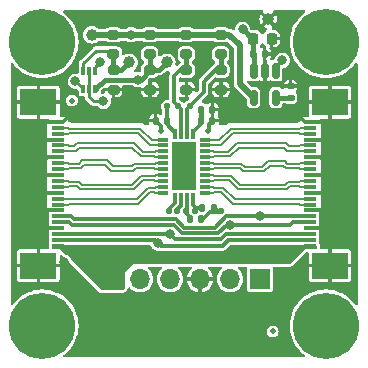
<source format=gbr>
%TF.GenerationSoftware,KiCad,Pcbnew,7.0.10*%
%TF.CreationDate,2024-03-24T13:51:38+01:00*%
%TF.ProjectId,CSI2-SPY-22-1A,43534932-2d53-4505-992d-32322d31412e,rev?*%
%TF.SameCoordinates,Original*%
%TF.FileFunction,Copper,L4,Bot*%
%TF.FilePolarity,Positive*%
%FSLAX46Y46*%
G04 Gerber Fmt 4.6, Leading zero omitted, Abs format (unit mm)*
G04 Created by KiCad (PCBNEW 7.0.10) date 2024-03-24 13:51:38*
%MOMM*%
%LPD*%
G01*
G04 APERTURE LIST*
G04 Aperture macros list*
%AMRoundRect*
0 Rectangle with rounded corners*
0 $1 Rounding radius*
0 $2 $3 $4 $5 $6 $7 $8 $9 X,Y pos of 4 corners*
0 Add a 4 corners polygon primitive as box body*
4,1,4,$2,$3,$4,$5,$6,$7,$8,$9,$2,$3,0*
0 Add four circle primitives for the rounded corners*
1,1,$1+$1,$2,$3*
1,1,$1+$1,$4,$5*
1,1,$1+$1,$6,$7*
1,1,$1+$1,$8,$9*
0 Add four rect primitives between the rounded corners*
20,1,$1+$1,$2,$3,$4,$5,0*
20,1,$1+$1,$4,$5,$6,$7,0*
20,1,$1+$1,$6,$7,$8,$9,0*
20,1,$1+$1,$8,$9,$2,$3,0*%
G04 Aperture macros list end*
%TA.AperFunction,ComponentPad*%
%ADD10R,1.700000X1.700000*%
%TD*%
%TA.AperFunction,ComponentPad*%
%ADD11O,1.700000X1.700000*%
%TD*%
%TA.AperFunction,ComponentPad*%
%ADD12C,5.600000*%
%TD*%
%TA.AperFunction,SMDPad,CuDef*%
%ADD13C,1.000000*%
%TD*%
%TA.AperFunction,SMDPad,CuDef*%
%ADD14RoundRect,0.200000X-0.275000X0.200000X-0.275000X-0.200000X0.275000X-0.200000X0.275000X0.200000X0*%
%TD*%
%TA.AperFunction,SMDPad,CuDef*%
%ADD15RoundRect,0.140000X-0.140000X-0.170000X0.140000X-0.170000X0.140000X0.170000X-0.140000X0.170000X0*%
%TD*%
%TA.AperFunction,SMDPad,CuDef*%
%ADD16RoundRect,0.225000X-0.225000X-0.250000X0.225000X-0.250000X0.225000X0.250000X-0.225000X0.250000X0*%
%TD*%
%TA.AperFunction,SMDPad,CuDef*%
%ADD17R,0.850000X0.300000*%
%TD*%
%TA.AperFunction,SMDPad,CuDef*%
%ADD18R,0.300000X0.850000*%
%TD*%
%TA.AperFunction,SMDPad,CuDef*%
%ADD19R,2.100000X4.100000*%
%TD*%
%TA.AperFunction,SMDPad,CuDef*%
%ADD20R,1.100000X0.300000*%
%TD*%
%TA.AperFunction,SMDPad,CuDef*%
%ADD21R,3.100000X2.300000*%
%TD*%
%TA.AperFunction,SMDPad,CuDef*%
%ADD22RoundRect,0.140000X0.140000X0.170000X-0.140000X0.170000X-0.140000X-0.170000X0.140000X-0.170000X0*%
%TD*%
%TA.AperFunction,SMDPad,CuDef*%
%ADD23C,0.500000*%
%TD*%
%TA.AperFunction,SMDPad,CuDef*%
%ADD24R,0.340000X0.700000*%
%TD*%
%TA.AperFunction,SMDPad,CuDef*%
%ADD25RoundRect,0.150000X-0.150000X0.512500X-0.150000X-0.512500X0.150000X-0.512500X0.150000X0.512500X0*%
%TD*%
%TA.AperFunction,SMDPad,CuDef*%
%ADD26RoundRect,0.140000X0.170000X-0.140000X0.170000X0.140000X-0.170000X0.140000X-0.170000X-0.140000X0*%
%TD*%
%TA.AperFunction,ViaPad*%
%ADD27C,0.800000*%
%TD*%
%TA.AperFunction,ViaPad*%
%ADD28C,0.450000*%
%TD*%
%TA.AperFunction,ViaPad*%
%ADD29C,0.550000*%
%TD*%
%TA.AperFunction,ViaPad*%
%ADD30C,0.500000*%
%TD*%
%TA.AperFunction,Conductor*%
%ADD31C,0.300000*%
%TD*%
%TA.AperFunction,Conductor*%
%ADD32C,0.250000*%
%TD*%
%TA.AperFunction,Conductor*%
%ADD33C,0.400000*%
%TD*%
%TA.AperFunction,Conductor*%
%ADD34C,0.190000*%
%TD*%
%TA.AperFunction,Conductor*%
%ADD35C,0.500000*%
%TD*%
G04 APERTURE END LIST*
D10*
%TO.P,J3,1,Pin_1*%
%TO.N,/IO0*%
X21425000Y-23075000D03*
D11*
%TO.P,J3,2,Pin_2*%
%TO.N,/IO1*%
X18885000Y-23075000D03*
%TO.P,J3,3,Pin_3*%
%TO.N,GND*%
X16345000Y-23075000D03*
%TO.P,J3,4,Pin_4*%
%TO.N,/SCL*%
X13805000Y-23075000D03*
%TO.P,J3,5,Pin_5*%
%TO.N,/SDA*%
X11265000Y-23075000D03*
%TO.P,J3,6,Pin_6*%
%TO.N,/VDD33*%
X8725000Y-23075000D03*
%TD*%
D12*
%TO.P,H2,1,1*%
%TO.N,unconnected-(H2-Pad1)*%
X3000000Y-27000000D03*
%TD*%
%TO.P,H1,1,1*%
%TO.N,unconnected-(H1-Pad1)*%
X3000000Y-3000000D03*
%TD*%
%TO.P,H3,1,1*%
%TO.N,unconnected-(H3-Pad1)*%
X27000000Y-27000000D03*
%TD*%
%TO.P,H4,1,1*%
%TO.N,unconnected-(H4-Pad1)*%
X27000000Y-3000000D03*
%TD*%
D13*
%TO.P,TP1,1,1*%
%TO.N,VCC*%
X7175000Y-2375000D03*
%TD*%
D14*
%TO.P,R2,1*%
%TO.N,VSADJ{slash}CFG0*%
X18115000Y-5370000D03*
%TO.P,R2,2*%
%TO.N,GND*%
X18115000Y-7020000D03*
%TD*%
D15*
%TO.P,C2,1*%
%TO.N,Net-(IC1-RSTN)*%
X16430000Y-9640000D03*
%TO.P,C2,2*%
%TO.N,GND*%
X17390000Y-9640000D03*
%TD*%
D16*
%TO.P,C7,1*%
%TO.N,/VDD33*%
X20860000Y-2695000D03*
%TO.P,C7,2*%
%TO.N,GND*%
X22410000Y-2695000D03*
%TD*%
D17*
%TO.P,IC1,1,DA0P*%
%TO.N,/S1D0_N*%
X16800000Y-11250000D03*
%TO.P,IC1,2,DA0N*%
%TO.N,/S1D0_P*%
X16800000Y-11750000D03*
%TO.P,IC1,3,DA1P*%
%TO.N,/S1D1_N*%
X16800000Y-12250000D03*
%TO.P,IC1,4,DA1N*%
%TO.N,/S1D1_P*%
X16800000Y-12750000D03*
%TO.P,IC1,5,DACP*%
%TO.N,/S1CK_N*%
X16800000Y-13250000D03*
%TO.P,IC1,6,DACN*%
%TO.N,/S1CK_P*%
X16800000Y-13750000D03*
%TO.P,IC1,7,DA2P*%
%TO.N,/S1D2_N*%
X16800000Y-14250000D03*
%TO.P,IC1,8,DA2N*%
%TO.N,/S1D2_P*%
X16800000Y-14750000D03*
%TO.P,IC1,9,DA3P*%
%TO.N,/S1D3_N*%
X16800000Y-15250000D03*
%TO.P,IC1,10,DA3N*%
%TO.N,/S1D3_P*%
X16800000Y-15750000D03*
D18*
%TO.P,IC1,11,VCC*%
%TO.N,VCC*%
X15750000Y-16200000D03*
%TO.P,IC1,12,VREG_OUT*%
%TO.N,VDD*%
X15250000Y-16200000D03*
%TO.P,IC1,13,EQ/SCL*%
%TO.N,EQ{slash}SCL*%
X14750000Y-16200000D03*
%TO.P,IC1,14,ERC/SDA*%
%TO.N,ERC{slash}SDA*%
X14250000Y-16200000D03*
D17*
%TO.P,IC1,15,DB3N*%
%TO.N,/C1D3_P*%
X13200000Y-15750000D03*
%TO.P,IC1,16,DB3P*%
%TO.N,/C1D3_N*%
X13200000Y-15250000D03*
%TO.P,IC1,17,DB2N*%
%TO.N,/C1D2_P*%
X13200000Y-14750000D03*
%TO.P,IC1,18,DB2P*%
%TO.N,/C1D2_N*%
X13200000Y-14250000D03*
%TO.P,IC1,19,DBCN*%
%TO.N,/C1CK_P*%
X13200000Y-13750000D03*
%TO.P,IC1,20,DBCP*%
%TO.N,/C1CK_N*%
X13200000Y-13250000D03*
%TO.P,IC1,21,DB1N*%
%TO.N,/C1D1_P*%
X13200000Y-12750000D03*
%TO.P,IC1,22,DB1P*%
%TO.N,/C1D1_N*%
X13200000Y-12250000D03*
%TO.P,IC1,23,DB0N*%
%TO.N,/C1D0_P*%
X13200000Y-11750000D03*
%TO.P,IC1,24,DB0P*%
%TO.N,/C1D0_N*%
X13200000Y-11250000D03*
D18*
%TO.P,IC1,25,VDD*%
%TO.N,VDD*%
X14250000Y-10800000D03*
%TO.P,IC1,26,PRE_CFG1*%
%TO.N,PRE{slash}CFG1*%
X14750000Y-10800000D03*
%TO.P,IC1,27,VSADJ_CFG0*%
%TO.N,VSADJ{slash}CFG0*%
X15250000Y-10800000D03*
%TO.P,IC1,28,RSTN*%
%TO.N,Net-(IC1-RSTN)*%
X15750000Y-10800000D03*
D19*
%TO.P,IC1,29,GND*%
%TO.N,GND*%
X15000000Y-13500000D03*
%TD*%
D20*
%TO.P,J4,1,Pin_1*%
%TO.N,GND*%
X25650000Y-9750000D03*
%TO.P,J4,2,Pin_2*%
%TO.N,/S1D0_N*%
X25650000Y-10250000D03*
%TO.P,J4,3,Pin_3*%
%TO.N,/S1D0_P*%
X25650000Y-10750000D03*
%TO.P,J4,4,Pin_4*%
%TO.N,GND*%
X25650000Y-11250000D03*
%TO.P,J4,5,Pin_5*%
%TO.N,/S1D1_N*%
X25650000Y-11750000D03*
%TO.P,J4,6,Pin_6*%
%TO.N,/S1D1_P*%
X25650000Y-12250000D03*
%TO.P,J4,7,Pin_7*%
%TO.N,GND*%
X25650000Y-12750000D03*
%TO.P,J4,8,Pin_8*%
%TO.N,/S1CK_N*%
X25650000Y-13250000D03*
%TO.P,J4,9,Pin_9*%
%TO.N,/S1CK_P*%
X25650000Y-13750000D03*
%TO.P,J4,10,Pin_10*%
%TO.N,GND*%
X25650000Y-14250000D03*
%TO.P,J4,11,Pin_11*%
%TO.N,/S1D2_N*%
X25650000Y-14750000D03*
%TO.P,J4,12,Pin_12*%
%TO.N,/S1D2_P*%
X25650000Y-15250000D03*
%TO.P,J4,13,Pin_13*%
%TO.N,GND*%
X25650000Y-15750000D03*
%TO.P,J4,14,Pin_14*%
%TO.N,/S1D3_N*%
X25650000Y-16250000D03*
%TO.P,J4,15,Pin_15*%
%TO.N,/S1D3_P*%
X25650000Y-16750000D03*
%TO.P,J4,16,Pin_16*%
%TO.N,GND*%
X25650000Y-17250000D03*
%TO.P,J4,17,Pin_17*%
%TO.N,/IO0*%
X25650000Y-17750000D03*
%TO.P,J4,18,Pin_18*%
%TO.N,/IO1*%
X25650000Y-18250000D03*
%TO.P,J4,19,Pin_19*%
%TO.N,GND*%
X25650000Y-18750000D03*
%TO.P,J4,20,Pin_20*%
%TO.N,/SCL*%
X25650000Y-19250000D03*
%TO.P,J4,21,Pin_21*%
%TO.N,/SDA*%
X25650000Y-19750000D03*
%TO.P,J4,22,Pin_22*%
%TO.N,/VDD33*%
X25650000Y-20250000D03*
D21*
%TO.P,J4,MP,MountPin*%
%TO.N,GND*%
X27350000Y-8080000D03*
X27350000Y-21920000D03*
%TD*%
D14*
%TO.P,R1,1*%
%TO.N,VCC*%
X18105000Y-2370000D03*
%TO.P,R1,2*%
%TO.N,VSADJ{slash}CFG0*%
X18105000Y-4020000D03*
%TD*%
%TO.P,R8,1*%
%TO.N,ERC{slash}SDA*%
X9025000Y-5370000D03*
%TO.P,R8,2*%
%TO.N,GND*%
X9025000Y-7020000D03*
%TD*%
D22*
%TO.P,C3,1*%
%TO.N,VDD*%
X13545000Y-9650000D03*
%TO.P,C3,2*%
%TO.N,GND*%
X12585000Y-9650000D03*
%TD*%
D14*
%TO.P,R6,1*%
%TO.N,EQ{slash}SCL*%
X12105000Y-5370000D03*
%TO.P,R6,2*%
%TO.N,GND*%
X12105000Y-7020000D03*
%TD*%
D15*
%TO.P,C4,1*%
%TO.N,VDD*%
X15455000Y-18005000D03*
%TO.P,C4,2*%
%TO.N,GND*%
X16415000Y-18005000D03*
%TD*%
D23*
%TO.P,FID4,*%
%TO.N,*%
X22500000Y-27500000D03*
%TD*%
D20*
%TO.P,J5,1,Pin_1*%
%TO.N,GND*%
X4350000Y-9750000D03*
%TO.P,J5,2,Pin_2*%
%TO.N,/C1D0_N*%
X4350000Y-10250000D03*
%TO.P,J5,3,Pin_3*%
%TO.N,/C1D0_P*%
X4350000Y-10750000D03*
%TO.P,J5,4,Pin_4*%
%TO.N,GND*%
X4350000Y-11250000D03*
%TO.P,J5,5,Pin_5*%
%TO.N,/C1D1_N*%
X4350000Y-11750000D03*
%TO.P,J5,6,Pin_6*%
%TO.N,/C1D1_P*%
X4350000Y-12250000D03*
%TO.P,J5,7,Pin_7*%
%TO.N,GND*%
X4350000Y-12750000D03*
%TO.P,J5,8,Pin_8*%
%TO.N,/C1CK_N*%
X4350000Y-13250000D03*
%TO.P,J5,9,Pin_9*%
%TO.N,/C1CK_P*%
X4350000Y-13750000D03*
%TO.P,J5,10,Pin_10*%
%TO.N,GND*%
X4350000Y-14250000D03*
%TO.P,J5,11,Pin_11*%
%TO.N,/C1D2_N*%
X4350000Y-14750000D03*
%TO.P,J5,12,Pin_12*%
%TO.N,/C1D2_P*%
X4350000Y-15250000D03*
%TO.P,J5,13,Pin_13*%
%TO.N,GND*%
X4350000Y-15750000D03*
%TO.P,J5,14,Pin_14*%
%TO.N,/C1D3_N*%
X4350000Y-16250000D03*
%TO.P,J5,15,Pin_15*%
%TO.N,/C1D3_P*%
X4350000Y-16750000D03*
%TO.P,J5,16,Pin_16*%
%TO.N,GND*%
X4350000Y-17250000D03*
%TO.P,J5,17,Pin_17*%
%TO.N,/IO0*%
X4350000Y-17750000D03*
%TO.P,J5,18,Pin_18*%
%TO.N,/IO1*%
X4350000Y-18250000D03*
%TO.P,J5,19,Pin_19*%
%TO.N,GND*%
X4350000Y-18750000D03*
%TO.P,J5,20,Pin_20*%
%TO.N,/SCL*%
X4350000Y-19250000D03*
%TO.P,J5,21,Pin_21*%
%TO.N,/SDA*%
X4350000Y-19750000D03*
%TO.P,J5,22,Pin_22*%
%TO.N,/VDD33*%
X4350000Y-20250000D03*
D21*
%TO.P,J5,MP,MountPin*%
%TO.N,GND*%
X2650000Y-21920000D03*
X2650000Y-8080000D03*
%TD*%
D24*
%TO.P,Q1,1,S1*%
%TO.N,ERC{slash}SDA*%
X6475000Y-5475000D03*
%TO.P,Q1,2,G1*%
%TO.N,VCC*%
X6975000Y-5475000D03*
%TO.P,Q1,3,D2*%
%TO.N,/SCL*%
X7475000Y-5475000D03*
%TO.P,Q1,4,S2*%
%TO.N,EQ{slash}SCL*%
X7475000Y-6975000D03*
%TO.P,Q1,5,G2*%
%TO.N,VCC*%
X6975000Y-6975000D03*
%TO.P,Q1,6,D1*%
%TO.N,/SDA*%
X6475000Y-6975000D03*
%TD*%
D23*
%TO.P,FID3,*%
%TO.N,*%
X5500000Y-7945000D03*
%TD*%
D15*
%TO.P,C8,1*%
%TO.N,Net-(IC1-RSTN)*%
X16430000Y-8715000D03*
%TO.P,C8,2*%
%TO.N,GND*%
X17390000Y-8715000D03*
%TD*%
D14*
%TO.P,R7,1*%
%TO.N,VCC*%
X9015000Y-2370000D03*
%TO.P,R7,2*%
%TO.N,ERC{slash}SDA*%
X9015000Y-4020000D03*
%TD*%
D25*
%TO.P,U1,1,IN*%
%TO.N,/VDD33*%
X20875000Y-5422500D03*
%TO.P,U1,2,GND*%
%TO.N,GND*%
X21825000Y-5422500D03*
%TO.P,U1,3,EN*%
%TO.N,/IO0*%
X22775000Y-5422500D03*
%TO.P,U1,4,BP*%
%TO.N,Net-(U1-BP)*%
X22775000Y-7697500D03*
%TO.P,U1,5,OUT*%
%TO.N,VCC*%
X20875000Y-7697500D03*
%TD*%
D13*
%TO.P,TP4,1,1*%
%TO.N,GND*%
X22125000Y-1075000D03*
%TD*%
%TO.P,TP2,1,1*%
%TO.N,EQ{slash}SCL*%
X13525000Y-4725000D03*
%TD*%
D15*
%TO.P,C6,1*%
%TO.N,/VDD33*%
X20855000Y-4025000D03*
%TO.P,C6,2*%
%TO.N,GND*%
X21815000Y-4025000D03*
%TD*%
D13*
%TO.P,TP3,1,1*%
%TO.N,ERC{slash}SDA*%
X10325000Y-4725000D03*
%TD*%
D14*
%TO.P,R3,1*%
%TO.N,VCC*%
X15175000Y-2370000D03*
%TO.P,R3,2*%
%TO.N,PRE{slash}CFG1*%
X15175000Y-4020000D03*
%TD*%
D26*
%TO.P,C5,1*%
%TO.N,Net-(U1-BP)*%
X24015000Y-7695000D03*
%TO.P,C5,2*%
%TO.N,GND*%
X24015000Y-6735000D03*
%TD*%
D14*
%TO.P,R5,1*%
%TO.N,VCC*%
X12095000Y-2370000D03*
%TO.P,R5,2*%
%TO.N,EQ{slash}SCL*%
X12095000Y-4020000D03*
%TD*%
%TO.P,R4,1*%
%TO.N,PRE{slash}CFG1*%
X15185000Y-5370000D03*
%TO.P,R4,2*%
%TO.N,GND*%
X15185000Y-7020000D03*
%TD*%
D15*
%TO.P,C1,1*%
%TO.N,VCC*%
X16530000Y-17005000D03*
%TO.P,C1,2*%
%TO.N,GND*%
X17490000Y-17005000D03*
%TD*%
D27*
%TO.N,GND*%
X16740000Y-950000D03*
X3000000Y-12750000D03*
X16750000Y-4350000D03*
X27000000Y-11250000D03*
D28*
X15000000Y-12000000D03*
D29*
X18100000Y-8300000D03*
D28*
X15750000Y-12000000D03*
D27*
X6930000Y-24170000D03*
D29*
X11850000Y-8775000D03*
D27*
X22125000Y-1075000D03*
X13550000Y-26130000D03*
X27000000Y-17250000D03*
X22500000Y-9250000D03*
D28*
X14250000Y-12000000D03*
D27*
X19970000Y-28810000D03*
X9070000Y-950000D03*
D28*
X15000000Y-15000000D03*
X14250000Y-13500000D03*
D27*
X12130000Y-950000D03*
X29250000Y-6000000D03*
X3000000Y-14250000D03*
X4840000Y-21650000D03*
X27000000Y-10000000D03*
X3000000Y-15750000D03*
X7060000Y-28810000D03*
D29*
X18107727Y-17332727D03*
D27*
X19970000Y-26050000D03*
D30*
X13000000Y-10550000D03*
D27*
X9500000Y-9250000D03*
X11270000Y-28810000D03*
X3000000Y-11250000D03*
D29*
X12625000Y-8650000D03*
D27*
X3000000Y-18750000D03*
X25100000Y-22800000D03*
X23650000Y-28810000D03*
X3000000Y-17250000D03*
X3000000Y-10000000D03*
X15610000Y-28810000D03*
D30*
X17000000Y-10550000D03*
D27*
X27000000Y-15750000D03*
X26950000Y-20060000D03*
X27000000Y-18750000D03*
D29*
X18100000Y-9025000D03*
D27*
X24750000Y-9250000D03*
X29250000Y-23750000D03*
D28*
X15750000Y-13500000D03*
X15000000Y-13500000D03*
D27*
X5830000Y-950000D03*
X27000000Y-14250000D03*
X750000Y-6000000D03*
X27000000Y-12750000D03*
X20500000Y-9250000D03*
D28*
X14250000Y-15000000D03*
D27*
X5250000Y-9250000D03*
D28*
X15750000Y-15000000D03*
D27*
X750000Y-23750000D03*
%TO.N,/IO0*%
X23310000Y-4540000D03*
X21425000Y-17750000D03*
%TO.N,/IO1*%
X18885000Y-18500000D03*
%TO.N,/SCL*%
X13805000Y-19250000D03*
X7850000Y-4700000D03*
%TO.N,/SDA*%
X12750000Y-20000000D03*
X5790000Y-6310000D03*
%TO.N,/VDD33*%
X23350000Y-21340000D03*
X24090000Y-21040000D03*
X19950000Y-1930000D03*
%TO.N,VCC*%
X8170000Y-8010000D03*
D29*
X15925000Y-17300000D03*
D27*
X10500000Y-2370000D03*
D29*
%TO.N,VDD*%
X13550000Y-8425000D03*
X15175000Y-17300000D03*
%TO.N,EQ{slash}SCL*%
X14425000Y-17300000D03*
D27*
X11080000Y-6170000D03*
%TO.N,ERC{slash}SDA*%
X10325000Y-4725000D03*
D29*
X13675000Y-17300000D03*
%TO.N,PRE{slash}CFG1*%
X14475000Y-8425000D03*
%TO.N,VSADJ{slash}CFG0*%
X15475000Y-8425000D03*
%TD*%
D31*
%TO.N,GND*%
X3005000Y-12745000D02*
X3000000Y-12750000D01*
X25250000Y-9750000D02*
X24750000Y-9250000D01*
X25650000Y-9750000D02*
X26750000Y-9750000D01*
X3250000Y-9750000D02*
X3000000Y-10000000D01*
X3005000Y-17245000D02*
X3000000Y-17250000D01*
X26995000Y-12755000D02*
X27000000Y-12750000D01*
X17395000Y-9640000D02*
X17070000Y-9965000D01*
X16420000Y-18005000D02*
X16552660Y-18005000D01*
X4350000Y-9750000D02*
X4750000Y-9750000D01*
X25650000Y-11250000D02*
X27000000Y-11250000D01*
X12580000Y-9707660D02*
X13000000Y-10127660D01*
X25650000Y-18750000D02*
X27000000Y-18750000D01*
X26995000Y-14255000D02*
X27000000Y-14250000D01*
X18040454Y-17400000D02*
X18107727Y-17332727D01*
X26995000Y-11255000D02*
X27000000Y-11250000D01*
X4350000Y-12750000D02*
X3000000Y-12750000D01*
X3255000Y-9745000D02*
X3000000Y-10000000D01*
X16552660Y-18005000D02*
X17157660Y-17400000D01*
X12580000Y-9650000D02*
X12580000Y-9707660D01*
X25650000Y-14250000D02*
X27000000Y-14250000D01*
D32*
X17390000Y-9640000D02*
X17390000Y-8715000D01*
D31*
X25650000Y-15750000D02*
X27000000Y-15750000D01*
X3005000Y-14245000D02*
X3000000Y-14250000D01*
X3005000Y-15745000D02*
X3000000Y-15750000D01*
X18107727Y-17332727D02*
X17822727Y-17332727D01*
X25650000Y-17250000D02*
X27000000Y-17250000D01*
X4350000Y-17250000D02*
X3000000Y-17250000D01*
X26995000Y-17255000D02*
X27000000Y-17250000D01*
X4350000Y-9750000D02*
X3250000Y-9750000D01*
X26995000Y-15755000D02*
X27000000Y-15750000D01*
X17070000Y-9965000D02*
X17070000Y-10480000D01*
X26995000Y-18755000D02*
X27000000Y-18750000D01*
X4350000Y-15750000D02*
X3000000Y-15750000D01*
X4350000Y-18745000D02*
X3005000Y-18745000D01*
X17822727Y-17332727D02*
X17495000Y-17005000D01*
X17070000Y-10480000D02*
X17000000Y-10550000D01*
X3005000Y-18745000D02*
X3000000Y-18750000D01*
X4350000Y-11250000D02*
X3000000Y-11250000D01*
X3005000Y-11245000D02*
X3000000Y-11250000D01*
X25650000Y-12750000D02*
X27000000Y-12750000D01*
X13000000Y-10127660D02*
X13000000Y-10550000D01*
X17157660Y-17400000D02*
X18040454Y-17400000D01*
X26750000Y-9750000D02*
X27000000Y-10000000D01*
X25650000Y-9750000D02*
X25250000Y-9750000D01*
X4750000Y-9750000D02*
X5250000Y-9250000D01*
X4350000Y-14250000D02*
X3000000Y-14250000D01*
%TO.N,/IO0*%
X5457107Y-17750000D02*
X5707107Y-18000000D01*
D32*
X22775000Y-5075000D02*
X23310000Y-4540000D01*
D31*
X21420000Y-17745000D02*
X21425000Y-17750000D01*
X21430000Y-17755000D02*
X21425000Y-17750000D01*
X15022768Y-18700000D02*
X17624339Y-18700000D01*
X5707107Y-18000000D02*
X14322768Y-18000000D01*
X4350000Y-17750000D02*
X5457107Y-17750000D01*
X25650000Y-17750000D02*
X21425000Y-17750000D01*
X18574339Y-17750000D02*
X21425000Y-17750000D01*
D32*
X22775000Y-5422500D02*
X22775000Y-5075000D01*
D31*
X14322768Y-18000000D02*
X15022768Y-18700000D01*
X17624339Y-18700000D02*
X18574339Y-17750000D01*
%TO.N,/IO1*%
X18885000Y-18500000D02*
X18585788Y-18500000D01*
X24000000Y-18500000D02*
X18885000Y-18500000D01*
X14115661Y-18500000D02*
X5500000Y-18500000D01*
X17885788Y-19200000D02*
X14815661Y-19200000D01*
X14815661Y-19200000D02*
X14115661Y-18500000D01*
X25650000Y-18250000D02*
X24250000Y-18250000D01*
X18585788Y-18500000D02*
X17885788Y-19200000D01*
X5250000Y-18250000D02*
X4562107Y-18250000D01*
X5500000Y-18500000D02*
X5250000Y-18250000D01*
X24250000Y-18250000D02*
X24000000Y-18500000D01*
D32*
%TO.N,/SCL*%
X7475000Y-5075000D02*
X7850000Y-4700000D01*
D31*
X25650000Y-19250000D02*
X18542894Y-19250000D01*
D32*
X7475000Y-5475000D02*
X7475000Y-5075000D01*
D31*
X13810000Y-19255000D02*
X13805000Y-19250000D01*
X18542894Y-19250000D02*
X18092894Y-19700000D01*
X13800000Y-19245000D02*
X13805000Y-19250000D01*
X4350000Y-19250000D02*
X13805000Y-19250000D01*
X18092894Y-19700000D02*
X14255000Y-19700000D01*
X14255000Y-19700000D02*
X13805000Y-19250000D01*
D32*
%TO.N,/SDA*%
X5790000Y-6310000D02*
X5810000Y-6310000D01*
D31*
X25650000Y-19750000D02*
X18750000Y-19750000D01*
X4350000Y-19750000D02*
X12500000Y-19750000D01*
X13000000Y-20250000D02*
X12750000Y-20000000D01*
X12500000Y-19750000D02*
X12750000Y-20000000D01*
X18250000Y-20250000D02*
X13000000Y-20250000D01*
X18750000Y-19750000D02*
X18250000Y-20250000D01*
D32*
X5810000Y-6310000D02*
X6475000Y-6975000D01*
D33*
%TO.N,/VDD33*%
X20715000Y-2695000D02*
X19950000Y-1930000D01*
X20860000Y-2695000D02*
X20715000Y-2695000D01*
X20875000Y-4045000D02*
X20855000Y-4025000D01*
X20855000Y-4025000D02*
X20855000Y-2700000D01*
X20855000Y-2700000D02*
X20860000Y-2695000D01*
X20875000Y-5422500D02*
X20875000Y-4045000D01*
D34*
%TO.N,/C1D3_P*%
X12126630Y-15685000D02*
X11126630Y-16685000D01*
X12497499Y-15685000D02*
X12126630Y-15685000D01*
X12562499Y-15750000D02*
X12497499Y-15685000D01*
X5240001Y-16685000D02*
X5175001Y-16750000D01*
X5175001Y-16750000D02*
X4350000Y-16750000D01*
X13200000Y-15750000D02*
X12562499Y-15750000D01*
X11126630Y-16685000D02*
X5240001Y-16685000D01*
%TO.N,/C1D3_N*%
X10973370Y-16315000D02*
X5240001Y-16315000D01*
X13200000Y-15250000D02*
X12562499Y-15250000D01*
X5240001Y-16315000D02*
X5175001Y-16250000D01*
X5175001Y-16250000D02*
X4350000Y-16250000D01*
X11973370Y-15315000D02*
X10973370Y-16315000D01*
X12497499Y-15315000D02*
X11973370Y-15315000D01*
X12562499Y-15250000D02*
X12497499Y-15315000D01*
%TO.N,/C1D2_P*%
X5240001Y-15185000D02*
X5175001Y-15250000D01*
X5935000Y-15185000D02*
X5240001Y-15185000D01*
X12562499Y-14750000D02*
X12497499Y-14685000D01*
X5175001Y-15250000D02*
X4350000Y-15250000D01*
X11526630Y-14685000D02*
X10771629Y-15440000D01*
X10771629Y-15440000D02*
X6190000Y-15440000D01*
X12497499Y-14685000D02*
X11526630Y-14685000D01*
X13200000Y-14750000D02*
X12562499Y-14750000D01*
X6190000Y-15440000D02*
X5935000Y-15185000D01*
%TO.N,/C1D2_N*%
X10618370Y-15070000D02*
X6343260Y-15070000D01*
X5175001Y-14750000D02*
X4350000Y-14750000D01*
X12497499Y-14315000D02*
X11373370Y-14315000D01*
X5240001Y-14815000D02*
X5175001Y-14750000D01*
X6343260Y-15070000D02*
X6088259Y-14815000D01*
X11373370Y-14315000D02*
X10618370Y-15070000D01*
X13200000Y-14250000D02*
X12562499Y-14250000D01*
X12562499Y-14250000D02*
X12497499Y-14315000D01*
X6088259Y-14815000D02*
X5240001Y-14815000D01*
%TO.N,/C1CK_P*%
X6520000Y-13390000D02*
X8328371Y-13390000D01*
X8328371Y-13390000D02*
X8828372Y-13890000D01*
X6225000Y-13685000D02*
X6520000Y-13390000D01*
X4350000Y-13750000D02*
X5175001Y-13750000D01*
X5240001Y-13685000D02*
X6225000Y-13685000D01*
X12562499Y-13750000D02*
X13200000Y-13750000D01*
X10710001Y-13890000D02*
X10915000Y-13685000D01*
X8828372Y-13890000D02*
X10710001Y-13890000D01*
X12497499Y-13685000D02*
X12562499Y-13750000D01*
X10915000Y-13685000D02*
X12497499Y-13685000D01*
X5175001Y-13750000D02*
X5240001Y-13685000D01*
%TO.N,/C1CK_N*%
X10761741Y-13315000D02*
X12497499Y-13315000D01*
X8481631Y-13020000D02*
X8981631Y-13520000D01*
X12497499Y-13315000D02*
X12562499Y-13250000D01*
X8981631Y-13520000D02*
X10556741Y-13520000D01*
X5175001Y-13250000D02*
X5240001Y-13315000D01*
X12562499Y-13250000D02*
X13200000Y-13250000D01*
X10556741Y-13520000D02*
X10761741Y-13315000D01*
X4350000Y-13250000D02*
X5175001Y-13250000D01*
X6071740Y-13315000D02*
X6366740Y-13020000D01*
X5240001Y-13315000D02*
X6071740Y-13315000D01*
X6366740Y-13020000D02*
X8481631Y-13020000D01*
%TO.N,/C1D1_P*%
X13200000Y-12750000D02*
X12562499Y-12750000D01*
X11343370Y-12685000D02*
X10598370Y-11940000D01*
X5175001Y-12250000D02*
X4350000Y-12250000D01*
X10598370Y-11940000D02*
X6071630Y-11940000D01*
X12562499Y-12750000D02*
X12497499Y-12685000D01*
X12497499Y-12685000D02*
X11343370Y-12685000D01*
X5240001Y-12185000D02*
X5175001Y-12250000D01*
X5826629Y-12185000D02*
X5240001Y-12185000D01*
X6071630Y-11940000D02*
X5826629Y-12185000D01*
%TO.N,/C1D1_N*%
X12562499Y-12250000D02*
X12497499Y-12315000D01*
X11496630Y-12315000D02*
X10751630Y-11570000D01*
X5673370Y-11815000D02*
X5240001Y-11815000D01*
X5918370Y-11570000D02*
X5673370Y-11815000D01*
X13200000Y-12250000D02*
X12562499Y-12250000D01*
X5240001Y-11815000D02*
X5175001Y-11750000D01*
X5175001Y-11750000D02*
X4350000Y-11750000D01*
X10751630Y-11570000D02*
X5918370Y-11570000D01*
X12497499Y-12315000D02*
X11496630Y-12315000D01*
%TO.N,/C1D0_P*%
X5240001Y-10685000D02*
X11093370Y-10685000D01*
X4350000Y-10750000D02*
X5175001Y-10750000D01*
X12497499Y-11685000D02*
X12562499Y-11750000D01*
X11093370Y-10685000D02*
X12093370Y-11685000D01*
X5175001Y-10750000D02*
X5240001Y-10685000D01*
X12562499Y-11750000D02*
X13200000Y-11750000D01*
X12093370Y-11685000D02*
X12497499Y-11685000D01*
%TO.N,/C1D0_N*%
X11246630Y-10315000D02*
X12246630Y-11315000D01*
X12497499Y-11315000D02*
X12562499Y-11250000D01*
X4350000Y-10250000D02*
X5175001Y-10250000D01*
X5240001Y-10315000D02*
X11246630Y-10315000D01*
X5175001Y-10250000D02*
X5240001Y-10315000D01*
X12246630Y-11315000D02*
X12497499Y-11315000D01*
X12562499Y-11250000D02*
X13200000Y-11250000D01*
%TO.N,/S1D0_N*%
X17437501Y-11250000D02*
X16800000Y-11250000D01*
X24824999Y-10250000D02*
X24759999Y-10315000D01*
X17502501Y-11315000D02*
X17437501Y-11250000D01*
X25650000Y-10250000D02*
X24824999Y-10250000D01*
X17943370Y-11315000D02*
X17502501Y-11315000D01*
X18943370Y-10315000D02*
X17943370Y-11315000D01*
X24759999Y-10315000D02*
X18943370Y-10315000D01*
%TO.N,/S1D0_P*%
X17502501Y-11685000D02*
X17437501Y-11750000D01*
X25650000Y-10750000D02*
X24824999Y-10750000D01*
X24759999Y-10685000D02*
X19096630Y-10685000D01*
X18096630Y-11685000D02*
X17502501Y-11685000D01*
X24824999Y-10750000D02*
X24759999Y-10685000D01*
X17437501Y-11750000D02*
X16800000Y-11750000D01*
X19096630Y-10685000D02*
X18096630Y-11685000D01*
%TO.N,/S1D1_N*%
X24824999Y-11750000D02*
X25650000Y-11750000D01*
X23621630Y-11570000D02*
X23866630Y-11815000D01*
X24759999Y-11815000D02*
X24824999Y-11750000D01*
X16800000Y-12250000D02*
X17437501Y-12250000D01*
X19478370Y-11570000D02*
X23621630Y-11570000D01*
X18733370Y-12315000D02*
X19478370Y-11570000D01*
X17437501Y-12250000D02*
X17502501Y-12315000D01*
X17502501Y-12315000D02*
X18733370Y-12315000D01*
X23866630Y-11815000D02*
X24759999Y-11815000D01*
%TO.N,/S1D1_P*%
X17437501Y-12750000D02*
X17502501Y-12685000D01*
X17502501Y-12685000D02*
X18886630Y-12685000D01*
X24824999Y-12250000D02*
X25650000Y-12250000D01*
X16800000Y-12750000D02*
X17437501Y-12750000D01*
X19631630Y-11940000D02*
X23468371Y-11940000D01*
X18886630Y-12685000D02*
X19631630Y-11940000D01*
X24759999Y-12185000D02*
X24824999Y-12250000D01*
X23713371Y-12185000D02*
X24759999Y-12185000D01*
X23468371Y-11940000D02*
X23713371Y-12185000D01*
%TO.N,/S1CK_N*%
X17437501Y-13250000D02*
X16800000Y-13250000D01*
X24824999Y-13250000D02*
X24759999Y-13315000D01*
X17502501Y-13315000D02*
X17437501Y-13250000D01*
X23746630Y-13315000D02*
X23511629Y-13080000D01*
X24759999Y-13315000D02*
X23746630Y-13315000D01*
X20109999Y-13580000D02*
X19844999Y-13315000D01*
X23511629Y-13080000D02*
X22118370Y-13080000D01*
X25650000Y-13250000D02*
X24824999Y-13250000D01*
X22118370Y-13080000D02*
X21618370Y-13580000D01*
X21618370Y-13580000D02*
X20109999Y-13580000D01*
X19844999Y-13315000D02*
X17502501Y-13315000D01*
%TO.N,/S1CK_P*%
X24824999Y-13750000D02*
X24759999Y-13685000D01*
X24759999Y-13685000D02*
X23593370Y-13685000D01*
X22271630Y-13450000D02*
X21771630Y-13950000D01*
X21771630Y-13950000D02*
X19956740Y-13950000D01*
X23358370Y-13450000D02*
X22271630Y-13450000D01*
X17437501Y-13750000D02*
X16800000Y-13750000D01*
X25650000Y-13750000D02*
X24824999Y-13750000D01*
X17502501Y-13685000D02*
X17437501Y-13750000D01*
X23593370Y-13685000D02*
X23358370Y-13450000D01*
X19691740Y-13685000D02*
X17502501Y-13685000D01*
X19956740Y-13950000D02*
X19691740Y-13685000D01*
%TO.N,/S1D2_N*%
X19701630Y-15070000D02*
X23528371Y-15070000D01*
X23783371Y-14815000D02*
X24759999Y-14815000D01*
X24824999Y-14750000D02*
X25650000Y-14750000D01*
X17437501Y-14250000D02*
X17502501Y-14315000D01*
X16800000Y-14250000D02*
X17437501Y-14250000D01*
X17502501Y-14315000D02*
X18946630Y-14315000D01*
X18946630Y-14315000D02*
X19701630Y-15070000D01*
X23528371Y-15070000D02*
X23783371Y-14815000D01*
X24759999Y-14815000D02*
X24824999Y-14750000D01*
%TO.N,/S1D2_P*%
X17437501Y-14750000D02*
X17502501Y-14685000D01*
X24824999Y-15250000D02*
X25650000Y-15250000D01*
X23681631Y-15440000D02*
X23936630Y-15185000D01*
X16800000Y-14750000D02*
X17437501Y-14750000D01*
X19548371Y-15440000D02*
X23681631Y-15440000D01*
X23936630Y-15185000D02*
X24759999Y-15185000D01*
X18793370Y-14685000D02*
X19548371Y-15440000D01*
X17502501Y-14685000D02*
X18793370Y-14685000D01*
X24759999Y-15185000D02*
X24824999Y-15250000D01*
%TO.N,/S1D3_N*%
X24824999Y-16250000D02*
X24759999Y-16315000D01*
X25650000Y-16250000D02*
X24824999Y-16250000D01*
X19276630Y-16315000D02*
X18276630Y-15315000D01*
X17437501Y-15250000D02*
X16800000Y-15250000D01*
X18276630Y-15315000D02*
X17502501Y-15315000D01*
X17502501Y-15315000D02*
X17437501Y-15250000D01*
X24759999Y-16315000D02*
X19276630Y-16315000D01*
%TO.N,/S1D3_P*%
X24759999Y-16685000D02*
X19123370Y-16685000D01*
X18123370Y-15685000D02*
X17502501Y-15685000D01*
X17437501Y-15750000D02*
X16800000Y-15750000D01*
X24824999Y-16750000D02*
X24759999Y-16685000D01*
X17502501Y-15685000D02*
X17437501Y-15750000D01*
X19123370Y-16685000D02*
X18123370Y-15685000D01*
X25650000Y-16750000D02*
X24824999Y-16750000D01*
D35*
%TO.N,VCC*%
X9015000Y-2370000D02*
X7180000Y-2370000D01*
D32*
X7340000Y-8010000D02*
X6975000Y-7645000D01*
D31*
X15750000Y-16750000D02*
X15950000Y-16950000D01*
D35*
X18105000Y-2370000D02*
X18820000Y-2370000D01*
D32*
X6975000Y-6975000D02*
X6975000Y-5475000D01*
D31*
X16005000Y-17005000D02*
X15950000Y-16950000D01*
X15925000Y-16975000D02*
X15925000Y-17300000D01*
D35*
X10500000Y-2370000D02*
X18105000Y-2370000D01*
X7180000Y-2370000D02*
X7175000Y-2375000D01*
D31*
X15950000Y-16950000D02*
X15950000Y-17275000D01*
D35*
X19700000Y-3250000D02*
X19700000Y-6522500D01*
D31*
X15950000Y-17275000D02*
X15925000Y-17300000D01*
D35*
X9015000Y-2370000D02*
X10500000Y-2370000D01*
D31*
X16525000Y-17005000D02*
X16005000Y-17005000D01*
X15750000Y-16200000D02*
X15750000Y-16750000D01*
X15950000Y-16950000D02*
X15925000Y-16975000D01*
D32*
X6975000Y-7645000D02*
X6975000Y-6975000D01*
D35*
X18820000Y-2370000D02*
X19700000Y-3250000D01*
D32*
X8170000Y-8010000D02*
X7340000Y-8010000D01*
D35*
X19700000Y-6522500D02*
X20875000Y-7697500D01*
D31*
%TO.N,VDD*%
X13550000Y-9650000D02*
X13550000Y-9975000D01*
X13550000Y-9975000D02*
X14250000Y-10675000D01*
X14250000Y-10675000D02*
X14250000Y-10800000D01*
X15450000Y-17708884D02*
X15450000Y-18005000D01*
X15175000Y-17433884D02*
X15450000Y-17708884D01*
X15175000Y-17300000D02*
X15175000Y-17433884D01*
X13550000Y-9650000D02*
X13550000Y-8425000D01*
X15250000Y-17225000D02*
X15175000Y-17300000D01*
X15250000Y-16200000D02*
X15250000Y-17225000D01*
D33*
%TO.N,Net-(U1-BP)*%
X22777500Y-7695000D02*
X22775000Y-7697500D01*
X24015000Y-7695000D02*
X22777500Y-7695000D01*
D31*
%TO.N,EQ{slash}SCL*%
X14750000Y-16200000D02*
X14750000Y-16841116D01*
X14750000Y-16841116D02*
X14425000Y-17166116D01*
D33*
X11080000Y-6170000D02*
X8280000Y-6170000D01*
X12095000Y-5360000D02*
X12105000Y-5370000D01*
X12095000Y-4020000D02*
X12095000Y-5360000D01*
X7545000Y-6905000D02*
X7545000Y-6975000D01*
X12105000Y-5370000D02*
X11305000Y-6170000D01*
X12105000Y-5370000D02*
X12880000Y-5370000D01*
D31*
X14425000Y-17166116D02*
X14425000Y-17300000D01*
D33*
X11305000Y-6170000D02*
X11080000Y-6170000D01*
X8280000Y-6170000D02*
X7545000Y-6905000D01*
X12880000Y-5370000D02*
X13525000Y-4725000D01*
D31*
%TO.N,ERC{slash}SDA*%
X14250000Y-16200000D02*
X14250000Y-16591116D01*
D32*
X9015000Y-4020000D02*
X9015000Y-4500000D01*
D33*
X9025000Y-5370000D02*
X9680000Y-5370000D01*
X9680000Y-5370000D02*
X10325000Y-4725000D01*
X9015000Y-5360000D02*
X9025000Y-5370000D01*
D32*
X7555000Y-3725000D02*
X8720000Y-3725000D01*
X6475000Y-5475000D02*
X6475000Y-4805000D01*
D31*
X14250000Y-16591116D02*
X13675000Y-17166116D01*
D33*
X9015000Y-4020000D02*
X9015000Y-5360000D01*
D32*
X8720000Y-3725000D02*
X9015000Y-4020000D01*
X6475000Y-4805000D02*
X7555000Y-3725000D01*
D31*
X13675000Y-17166116D02*
X13675000Y-17300000D01*
D33*
%TO.N,PRE{slash}CFG1*%
X15175000Y-4020000D02*
X15175000Y-5360000D01*
D31*
X14630000Y-5370000D02*
X14150000Y-5850000D01*
D33*
X15175000Y-5360000D02*
X15185000Y-5370000D01*
D31*
X14150000Y-8100000D02*
X14475000Y-8425000D01*
X14150000Y-5850000D02*
X14150000Y-8100000D01*
X15185000Y-5370000D02*
X14630000Y-5370000D01*
X14750000Y-8700000D02*
X14475000Y-8425000D01*
X14750000Y-10800000D02*
X14750000Y-8700000D01*
%TO.N,Net-(IC1-RSTN)*%
X16425000Y-9640000D02*
X16425000Y-9975000D01*
X16425000Y-9975000D02*
X15750000Y-10650000D01*
X15750000Y-10650000D02*
X15750000Y-10800000D01*
D33*
X16430000Y-9640000D02*
X16430000Y-8715000D01*
%TO.N,VSADJ{slash}CFG0*%
X18105000Y-4020000D02*
X18105000Y-5360000D01*
D31*
X15475000Y-8425000D02*
X16650000Y-7250000D01*
X15250000Y-10800000D02*
X15250000Y-8650000D01*
X17630000Y-5370000D02*
X18115000Y-5370000D01*
D33*
X18105000Y-5360000D02*
X18115000Y-5370000D01*
D31*
X16650000Y-7250000D02*
X16650000Y-6350000D01*
X16650000Y-6350000D02*
X17630000Y-5370000D01*
X15250000Y-8650000D02*
X15475000Y-8425000D01*
%TD*%
%TA.AperFunction,Conductor*%
%TO.N,GND*%
G36*
X21656341Y-320185D02*
G01*
X21702096Y-372989D01*
X21712522Y-438384D01*
X21711306Y-449174D01*
X22125000Y-862868D01*
X22125001Y-862868D01*
X22538693Y-449173D01*
X22537478Y-438382D01*
X22549533Y-369561D01*
X22596883Y-318182D01*
X22660698Y-300500D01*
X25143984Y-300500D01*
X25211023Y-320185D01*
X25256778Y-372989D01*
X25266722Y-442147D01*
X25237697Y-505703D01*
X25215739Y-525630D01*
X25095040Y-611269D01*
X24839573Y-839570D01*
X24839570Y-839573D01*
X24611269Y-1095040D01*
X24412998Y-1374478D01*
X24247263Y-1674353D01*
X24160079Y-1884834D01*
X24116196Y-1990779D01*
X24116146Y-1990899D01*
X24021297Y-2320124D01*
X24021295Y-2320133D01*
X23963905Y-2657906D01*
X23963903Y-2657918D01*
X23944693Y-3000000D01*
X23963903Y-3342081D01*
X23963905Y-3342093D01*
X24021295Y-3679866D01*
X24021297Y-3679875D01*
X24077512Y-3875000D01*
X24116147Y-4009104D01*
X24247264Y-4325648D01*
X24337479Y-4488880D01*
X24412998Y-4625521D01*
X24611269Y-4904959D01*
X24839570Y-5160426D01*
X24839573Y-5160429D01*
X25095040Y-5388730D01*
X25095046Y-5388734D01*
X25095047Y-5388735D01*
X25374479Y-5587002D01*
X25674352Y-5752736D01*
X25990896Y-5883853D01*
X26320130Y-5978704D01*
X26657914Y-6036096D01*
X27000000Y-6055307D01*
X27342086Y-6036096D01*
X27679870Y-5978704D01*
X28009104Y-5883853D01*
X28325648Y-5752736D01*
X28625521Y-5587002D01*
X28904953Y-5388735D01*
X29160428Y-5160428D01*
X29337170Y-4962654D01*
X29388730Y-4904959D01*
X29388731Y-4904957D01*
X29388735Y-4904953D01*
X29474370Y-4784260D01*
X29529218Y-4740977D01*
X29598760Y-4734217D01*
X29660917Y-4766128D01*
X29695955Y-4826577D01*
X29699500Y-4856016D01*
X29699500Y-25143983D01*
X29679815Y-25211022D01*
X29627011Y-25256777D01*
X29557853Y-25266721D01*
X29494297Y-25237696D01*
X29474371Y-25215739D01*
X29388731Y-25095042D01*
X29160429Y-24839573D01*
X29160426Y-24839570D01*
X28904959Y-24611269D01*
X28625521Y-24412998D01*
X28325646Y-24247263D01*
X28260087Y-24220108D01*
X28009104Y-24116147D01*
X27924479Y-24091766D01*
X27679875Y-24021297D01*
X27679866Y-24021295D01*
X27342093Y-23963905D01*
X27342081Y-23963903D01*
X27000000Y-23944693D01*
X26657918Y-23963903D01*
X26657906Y-23963905D01*
X26320133Y-24021295D01*
X26320124Y-24021297D01*
X25990899Y-24116146D01*
X25990896Y-24116147D01*
X25898184Y-24154549D01*
X25674353Y-24247263D01*
X25374478Y-24412998D01*
X25095040Y-24611269D01*
X24839573Y-24839570D01*
X24839570Y-24839573D01*
X24611269Y-25095040D01*
X24412998Y-25374478D01*
X24247263Y-25674353D01*
X24116146Y-25990899D01*
X24021297Y-26320124D01*
X24021295Y-26320133D01*
X23963905Y-26657906D01*
X23963903Y-26657918D01*
X23944693Y-27000000D01*
X23963903Y-27342081D01*
X23963905Y-27342093D01*
X23993626Y-27517020D01*
X24021296Y-27679870D01*
X24116147Y-28009104D01*
X24188764Y-28184416D01*
X24247263Y-28325646D01*
X24412998Y-28625521D01*
X24611269Y-28904959D01*
X24839570Y-29160426D01*
X24839573Y-29160429D01*
X25095040Y-29388730D01*
X25215739Y-29474370D01*
X25259023Y-29529218D01*
X25265783Y-29598760D01*
X25233872Y-29660917D01*
X25173423Y-29695955D01*
X25143984Y-29699500D01*
X4856016Y-29699500D01*
X4788977Y-29679815D01*
X4743222Y-29627011D01*
X4733278Y-29557853D01*
X4762303Y-29494297D01*
X4784261Y-29474370D01*
X4904953Y-29388735D01*
X4962836Y-29337008D01*
X4985414Y-29316829D01*
X5160428Y-29160428D01*
X5388735Y-28904953D01*
X5587002Y-28625521D01*
X5752736Y-28325648D01*
X5883853Y-28009104D01*
X5978704Y-27679870D01*
X6009265Y-27500000D01*
X21994353Y-27500000D01*
X22014834Y-27642456D01*
X22031919Y-27679866D01*
X22074623Y-27773373D01*
X22168872Y-27882143D01*
X22289947Y-27959953D01*
X22289950Y-27959954D01*
X22289949Y-27959954D01*
X22428036Y-28000499D01*
X22428038Y-28000500D01*
X22428039Y-28000500D01*
X22571962Y-28000500D01*
X22571962Y-28000499D01*
X22710053Y-27959953D01*
X22831128Y-27882143D01*
X22925377Y-27773373D01*
X22985165Y-27642457D01*
X23005647Y-27500000D01*
X22985165Y-27357543D01*
X22925377Y-27226627D01*
X22831128Y-27117857D01*
X22710053Y-27040047D01*
X22710051Y-27040046D01*
X22710049Y-27040045D01*
X22710050Y-27040045D01*
X22571963Y-26999500D01*
X22571961Y-26999500D01*
X22428039Y-26999500D01*
X22428036Y-26999500D01*
X22289949Y-27040045D01*
X22168873Y-27117856D01*
X22074623Y-27226626D01*
X22074622Y-27226628D01*
X22014834Y-27357543D01*
X21994353Y-27500000D01*
X6009265Y-27500000D01*
X6036096Y-27342086D01*
X6055307Y-27000000D01*
X6036096Y-26657914D01*
X5978704Y-26320130D01*
X5883853Y-25990896D01*
X5752736Y-25674352D01*
X5587002Y-25374479D01*
X5388735Y-25095047D01*
X5388731Y-25095042D01*
X5388730Y-25095040D01*
X5160429Y-24839573D01*
X5160426Y-24839570D01*
X4904959Y-24611269D01*
X4625521Y-24412998D01*
X4325646Y-24247263D01*
X4260087Y-24220108D01*
X4009104Y-24116147D01*
X3924479Y-24091766D01*
X3679875Y-24021297D01*
X3679866Y-24021295D01*
X3342093Y-23963905D01*
X3342081Y-23963903D01*
X3000000Y-23944693D01*
X2657918Y-23963903D01*
X2657906Y-23963905D01*
X2320133Y-24021295D01*
X2320124Y-24021297D01*
X1990899Y-24116146D01*
X1990896Y-24116147D01*
X1898184Y-24154549D01*
X1674353Y-24247263D01*
X1374478Y-24412998D01*
X1095040Y-24611269D01*
X839573Y-24839570D01*
X839570Y-24839573D01*
X611268Y-25095042D01*
X525629Y-25215739D01*
X470781Y-25259022D01*
X401240Y-25265782D01*
X339083Y-25233871D01*
X304045Y-25173422D01*
X300500Y-25143983D01*
X300500Y-22070000D01*
X850000Y-22070000D01*
X850000Y-23094628D01*
X864503Y-23167540D01*
X864505Y-23167544D01*
X919760Y-23250239D01*
X1002455Y-23305494D01*
X1002459Y-23305496D01*
X1075371Y-23319999D01*
X1075374Y-23320000D01*
X2500000Y-23320000D01*
X2500000Y-22070000D01*
X2800000Y-22070000D01*
X2800000Y-23320000D01*
X4224626Y-23320000D01*
X4224628Y-23319999D01*
X4297540Y-23305496D01*
X4297544Y-23305494D01*
X4380239Y-23250239D01*
X4435494Y-23167544D01*
X4435496Y-23167540D01*
X4449999Y-23094628D01*
X4450000Y-23094626D01*
X4450000Y-22070000D01*
X2800000Y-22070000D01*
X2500000Y-22070000D01*
X850000Y-22070000D01*
X300500Y-22070000D01*
X300500Y-21770000D01*
X850000Y-21770000D01*
X2500000Y-21770000D01*
X2800000Y-21770000D01*
X4450000Y-21770000D01*
X4450000Y-21110694D01*
X4469685Y-21043655D01*
X4522489Y-20997900D01*
X4591647Y-20987956D01*
X4655203Y-21016981D01*
X4661681Y-21023013D01*
X4820725Y-21182057D01*
X4875874Y-21223935D01*
X4933878Y-21256650D01*
X4954916Y-21264994D01*
X4966802Y-21270452D01*
X5052701Y-21315536D01*
X5077296Y-21332512D01*
X5126565Y-21376159D01*
X5146385Y-21398532D01*
X5183770Y-21452693D01*
X5197662Y-21479161D01*
X5217551Y-21531605D01*
X5241884Y-21579719D01*
X5270147Y-21623432D01*
X5300088Y-21660482D01*
X5304040Y-21665372D01*
X7783015Y-24144347D01*
X7803365Y-24162626D01*
X7803371Y-24162631D01*
X7803379Y-24162638D01*
X7824000Y-24179255D01*
X7824002Y-24179256D01*
X7824007Y-24179260D01*
X7912338Y-24225465D01*
X7979377Y-24245150D01*
X7979381Y-24245150D01*
X7979383Y-24245151D01*
X7991014Y-24246823D01*
X8051362Y-24255500D01*
X8051363Y-24255500D01*
X9698639Y-24255500D01*
X9700075Y-24255422D01*
X9725952Y-24254036D01*
X9752310Y-24251202D01*
X9847444Y-24221413D01*
X9908767Y-24187928D01*
X9966985Y-24144347D01*
X10144347Y-23966985D01*
X10162626Y-23946635D01*
X10179260Y-23925993D01*
X10225465Y-23837662D01*
X10225468Y-23837649D01*
X10225854Y-23836697D01*
X10226193Y-23836267D01*
X10228288Y-23832264D01*
X10229047Y-23832661D01*
X10269206Y-23781903D01*
X10335299Y-23759245D01*
X10403151Y-23775916D01*
X10439791Y-23808396D01*
X10448236Y-23819579D01*
X10448236Y-23819580D01*
X10598958Y-23956980D01*
X10598960Y-23956982D01*
X10698141Y-24018392D01*
X10772363Y-24064348D01*
X10962544Y-24138024D01*
X11163024Y-24175500D01*
X11163026Y-24175500D01*
X11366974Y-24175500D01*
X11366976Y-24175500D01*
X11567456Y-24138024D01*
X11757637Y-24064348D01*
X11931041Y-23956981D01*
X12081764Y-23819579D01*
X12204673Y-23656821D01*
X12295582Y-23474250D01*
X12351397Y-23278083D01*
X12370215Y-23075000D01*
X12351397Y-22871917D01*
X12295582Y-22675750D01*
X12204673Y-22493179D01*
X12081764Y-22330421D01*
X11961884Y-22221136D01*
X11925603Y-22161426D01*
X11927364Y-22091579D01*
X11966607Y-22033771D01*
X12030874Y-22006356D01*
X12045423Y-22005500D01*
X13024577Y-22005500D01*
X13091616Y-22025185D01*
X13137371Y-22077989D01*
X13147315Y-22147147D01*
X13118290Y-22210703D01*
X13108115Y-22221137D01*
X12988237Y-22330419D01*
X12865327Y-22493178D01*
X12774422Y-22675739D01*
X12774417Y-22675752D01*
X12718602Y-22871917D01*
X12699785Y-23074999D01*
X12699785Y-23075000D01*
X12718602Y-23278082D01*
X12774417Y-23474247D01*
X12774422Y-23474260D01*
X12865327Y-23656821D01*
X12988237Y-23819581D01*
X13138958Y-23956980D01*
X13138960Y-23956982D01*
X13238141Y-24018392D01*
X13312363Y-24064348D01*
X13502544Y-24138024D01*
X13703024Y-24175500D01*
X13703026Y-24175500D01*
X13906974Y-24175500D01*
X13906976Y-24175500D01*
X14107456Y-24138024D01*
X14297637Y-24064348D01*
X14471041Y-23956981D01*
X14621764Y-23819579D01*
X14744673Y-23656821D01*
X14835582Y-23474250D01*
X14891397Y-23278083D01*
X14910215Y-23075000D01*
X14891397Y-22871917D01*
X14835582Y-22675750D01*
X14744673Y-22493179D01*
X14621764Y-22330421D01*
X14501884Y-22221136D01*
X14465603Y-22161426D01*
X14467364Y-22091579D01*
X14506607Y-22033771D01*
X14570874Y-22006356D01*
X14585423Y-22005500D01*
X15565319Y-22005500D01*
X15632358Y-22025185D01*
X15678113Y-22077989D01*
X15688057Y-22147147D01*
X15659032Y-22210703D01*
X15648857Y-22221137D01*
X15528608Y-22330757D01*
X15405754Y-22493443D01*
X15314886Y-22675930D01*
X15314883Y-22675936D01*
X15259097Y-22872008D01*
X15254186Y-22924999D01*
X15254187Y-22925000D01*
X15867935Y-22925000D01*
X15845000Y-23003111D01*
X15845000Y-23146889D01*
X15867935Y-23225000D01*
X15254187Y-23225000D01*
X15259097Y-23277991D01*
X15314883Y-23474063D01*
X15314886Y-23474069D01*
X15405754Y-23656556D01*
X15528608Y-23819242D01*
X15679260Y-23956578D01*
X15852584Y-24063897D01*
X16042678Y-24137539D01*
X16195000Y-24166013D01*
X16195000Y-23556170D01*
X16202685Y-23559680D01*
X16309237Y-23575000D01*
X16380763Y-23575000D01*
X16487315Y-23559680D01*
X16495000Y-23556170D01*
X16495000Y-24166013D01*
X16647321Y-24137539D01*
X16837415Y-24063897D01*
X17010739Y-23956578D01*
X17161391Y-23819242D01*
X17284245Y-23656556D01*
X17375113Y-23474069D01*
X17375116Y-23474063D01*
X17430902Y-23277991D01*
X17435813Y-23225000D01*
X16822065Y-23225000D01*
X16845000Y-23146889D01*
X16845000Y-23003111D01*
X16822065Y-22925000D01*
X17435813Y-22925000D01*
X17435813Y-22924999D01*
X17430902Y-22872008D01*
X17375116Y-22675936D01*
X17375113Y-22675930D01*
X17284245Y-22493443D01*
X17161391Y-22330757D01*
X17041143Y-22221137D01*
X17004861Y-22161426D01*
X17006622Y-22091578D01*
X17045865Y-22033771D01*
X17110132Y-22006356D01*
X17124681Y-22005500D01*
X18104577Y-22005500D01*
X18171616Y-22025185D01*
X18217371Y-22077989D01*
X18227315Y-22147147D01*
X18198290Y-22210703D01*
X18188115Y-22221137D01*
X18068237Y-22330419D01*
X17945327Y-22493178D01*
X17854422Y-22675739D01*
X17854417Y-22675752D01*
X17798602Y-22871917D01*
X17779785Y-23074999D01*
X17779785Y-23075000D01*
X17798602Y-23278082D01*
X17854417Y-23474247D01*
X17854422Y-23474260D01*
X17945327Y-23656821D01*
X18068237Y-23819581D01*
X18218958Y-23956980D01*
X18218960Y-23956982D01*
X18318141Y-24018392D01*
X18392363Y-24064348D01*
X18582544Y-24138024D01*
X18783024Y-24175500D01*
X18783026Y-24175500D01*
X18986974Y-24175500D01*
X18986976Y-24175500D01*
X19187456Y-24138024D01*
X19377637Y-24064348D01*
X19551041Y-23956981D01*
X19701764Y-23819579D01*
X19824673Y-23656821D01*
X19915582Y-23474250D01*
X19971397Y-23278083D01*
X19990215Y-23075000D01*
X19971397Y-22871917D01*
X19915582Y-22675750D01*
X19824673Y-22493179D01*
X19701764Y-22330421D01*
X19581884Y-22221136D01*
X19545603Y-22161426D01*
X19547364Y-22091579D01*
X19586607Y-22033771D01*
X19650874Y-22006356D01*
X19665423Y-22005500D01*
X20212159Y-22005500D01*
X20279198Y-22025185D01*
X20324953Y-22077989D01*
X20334897Y-22147147D01*
X20333776Y-22153692D01*
X20324500Y-22200323D01*
X20324500Y-23949678D01*
X20339032Y-24022735D01*
X20339033Y-24022739D01*
X20339034Y-24022740D01*
X20394399Y-24105601D01*
X20477260Y-24160966D01*
X20477264Y-24160967D01*
X20550321Y-24175499D01*
X20550324Y-24175500D01*
X20550326Y-24175500D01*
X22299676Y-24175500D01*
X22299677Y-24175499D01*
X22372740Y-24160966D01*
X22455601Y-24105601D01*
X22510966Y-24022740D01*
X22525500Y-23949674D01*
X22525500Y-22200326D01*
X22525500Y-22200323D01*
X22516224Y-22153692D01*
X22522451Y-22084101D01*
X22533405Y-22070000D01*
X25550000Y-22070000D01*
X25550000Y-23094628D01*
X25564503Y-23167540D01*
X25564505Y-23167544D01*
X25619760Y-23250239D01*
X25702455Y-23305494D01*
X25702459Y-23305496D01*
X25775371Y-23319999D01*
X25775374Y-23320000D01*
X27200000Y-23320000D01*
X27200000Y-22070000D01*
X27500000Y-22070000D01*
X27500000Y-23320000D01*
X28924626Y-23320000D01*
X28924628Y-23319999D01*
X28997540Y-23305496D01*
X28997544Y-23305494D01*
X29080239Y-23250239D01*
X29135494Y-23167544D01*
X29135496Y-23167540D01*
X29149999Y-23094628D01*
X29150000Y-23094626D01*
X29150000Y-22070000D01*
X27500000Y-22070000D01*
X27200000Y-22070000D01*
X25550000Y-22070000D01*
X22533405Y-22070000D01*
X22565313Y-22028923D01*
X22631203Y-22005678D01*
X22637841Y-22005500D01*
X23948639Y-22005500D01*
X23950075Y-22005422D01*
X23975952Y-22004036D01*
X24002310Y-22001202D01*
X24097444Y-21971413D01*
X24158767Y-21937928D01*
X24216985Y-21894347D01*
X25319512Y-20791818D01*
X25380835Y-20758334D01*
X25407193Y-20755500D01*
X25426000Y-20755500D01*
X25493039Y-20775185D01*
X25538794Y-20827989D01*
X25550000Y-20879500D01*
X25550000Y-21770000D01*
X27200000Y-21770000D01*
X27200000Y-20520000D01*
X27500000Y-20520000D01*
X27500000Y-21770000D01*
X29150000Y-21770000D01*
X29150000Y-20745373D01*
X29149999Y-20745371D01*
X29135496Y-20672459D01*
X29135494Y-20672455D01*
X29080239Y-20589760D01*
X28997544Y-20534505D01*
X28997540Y-20534503D01*
X28924627Y-20520000D01*
X27500000Y-20520000D01*
X27200000Y-20520000D01*
X26627900Y-20520000D01*
X26560861Y-20500315D01*
X26515106Y-20447511D01*
X26505459Y-20380435D01*
X26505184Y-20380416D01*
X26505274Y-20379151D01*
X26505161Y-20378362D01*
X26505499Y-20376007D01*
X26505500Y-20375998D01*
X26505500Y-20274500D01*
X26499661Y-20220187D01*
X26488455Y-20168676D01*
X26481219Y-20142302D01*
X26464426Y-20112812D01*
X26450563Y-20075645D01*
X26450500Y-20075326D01*
X26440328Y-20024188D01*
X26440328Y-19975810D01*
X26450500Y-19924674D01*
X26450500Y-19575326D01*
X26440328Y-19524188D01*
X26440328Y-19475810D01*
X26450500Y-19424674D01*
X26450500Y-19075326D01*
X26440073Y-19022906D01*
X26440073Y-18974524D01*
X26450000Y-18924623D01*
X26450000Y-18900000D01*
X26389183Y-18900000D01*
X26322144Y-18880315D01*
X26320294Y-18879103D01*
X26287586Y-18857249D01*
X26288409Y-18856016D01*
X26244610Y-18820722D01*
X26222544Y-18754429D01*
X26239822Y-18686729D01*
X26290958Y-18639117D01*
X26297486Y-18636135D01*
X26297738Y-18635966D01*
X26297740Y-18635966D01*
X26307952Y-18629142D01*
X26320294Y-18620897D01*
X26386972Y-18600020D01*
X26389183Y-18600000D01*
X26450000Y-18600000D01*
X26450000Y-18575376D01*
X26440073Y-18525475D01*
X26440073Y-18477091D01*
X26450500Y-18424674D01*
X26450500Y-18075326D01*
X26440328Y-18024188D01*
X26440328Y-17975810D01*
X26450500Y-17924674D01*
X26450500Y-17575326D01*
X26440073Y-17522906D01*
X26440073Y-17474524D01*
X26450000Y-17424623D01*
X26450000Y-17400000D01*
X26445877Y-17395877D01*
X26412392Y-17334554D01*
X26417376Y-17264862D01*
X26445875Y-17220516D01*
X26528050Y-17138342D01*
X26585646Y-17025304D01*
X26585646Y-17025302D01*
X26585647Y-17025301D01*
X26600499Y-16931524D01*
X26600500Y-16931519D01*
X26600499Y-16568482D01*
X26592725Y-16519396D01*
X26592725Y-16480605D01*
X26600500Y-16431519D01*
X26600499Y-16068482D01*
X26585646Y-15974696D01*
X26528050Y-15861658D01*
X26504072Y-15837680D01*
X26470588Y-15776360D01*
X26475572Y-15706668D01*
X26504072Y-15662319D01*
X26528050Y-15638342D01*
X26585646Y-15525304D01*
X26585646Y-15525302D01*
X26585647Y-15525301D01*
X26600499Y-15431524D01*
X26600500Y-15431519D01*
X26600499Y-15068482D01*
X26592725Y-15019396D01*
X26592725Y-14980605D01*
X26600500Y-14931519D01*
X26600499Y-14568482D01*
X26585646Y-14474696D01*
X26528050Y-14361658D01*
X26504072Y-14337680D01*
X26470588Y-14276360D01*
X26475572Y-14206668D01*
X26504072Y-14162319D01*
X26528050Y-14138342D01*
X26585646Y-14025304D01*
X26585646Y-14025302D01*
X26585647Y-14025301D01*
X26600499Y-13931524D01*
X26600500Y-13931519D01*
X26600499Y-13568482D01*
X26592725Y-13519396D01*
X26592725Y-13480605D01*
X26600500Y-13431519D01*
X26600499Y-13068482D01*
X26585646Y-12974696D01*
X26528050Y-12861658D01*
X26504072Y-12837680D01*
X26470588Y-12776360D01*
X26475572Y-12706668D01*
X26504072Y-12662319D01*
X26528050Y-12638342D01*
X26585646Y-12525304D01*
X26585646Y-12525302D01*
X26585647Y-12525301D01*
X26600499Y-12431524D01*
X26600500Y-12431519D01*
X26600499Y-12068482D01*
X26592725Y-12019396D01*
X26592725Y-11980605D01*
X26600500Y-11931519D01*
X26600499Y-11568482D01*
X26585646Y-11474696D01*
X26528050Y-11361658D01*
X26504072Y-11337680D01*
X26470588Y-11276360D01*
X26475572Y-11206668D01*
X26504072Y-11162319D01*
X26528050Y-11138342D01*
X26585646Y-11025304D01*
X26585646Y-11025302D01*
X26585647Y-11025301D01*
X26600499Y-10931524D01*
X26600500Y-10931519D01*
X26600499Y-10568482D01*
X26592725Y-10519396D01*
X26592725Y-10480605D01*
X26600500Y-10431519D01*
X26600499Y-10068482D01*
X26585646Y-9974696D01*
X26528050Y-9861658D01*
X26528046Y-9861654D01*
X26528045Y-9861652D01*
X26445877Y-9779484D01*
X26412392Y-9718161D01*
X26417376Y-9648469D01*
X26445878Y-9604121D01*
X26451663Y-9598335D01*
X26469685Y-9536961D01*
X26522489Y-9491206D01*
X26574000Y-9480000D01*
X27200000Y-9480000D01*
X27200000Y-8230000D01*
X27500000Y-8230000D01*
X27500000Y-9480000D01*
X28924626Y-9480000D01*
X28924628Y-9479999D01*
X28997540Y-9465496D01*
X28997544Y-9465494D01*
X29080239Y-9410239D01*
X29135494Y-9327544D01*
X29135496Y-9327540D01*
X29149999Y-9254628D01*
X29150000Y-9254626D01*
X29150000Y-8230000D01*
X27500000Y-8230000D01*
X27200000Y-8230000D01*
X25550000Y-8230000D01*
X25550000Y-9226000D01*
X25530315Y-9293039D01*
X25477511Y-9338794D01*
X25426000Y-9350000D01*
X25075373Y-9350000D01*
X25002459Y-9364503D01*
X25002455Y-9364505D01*
X24919760Y-9419760D01*
X24864505Y-9502455D01*
X24864503Y-9502459D01*
X24850000Y-9575371D01*
X24850000Y-9635998D01*
X24830315Y-9703037D01*
X24777511Y-9748792D01*
X24734850Y-9759682D01*
X24718587Y-9760845D01*
X24714228Y-9762471D01*
X24688566Y-9769020D01*
X24683968Y-9769681D01*
X24683967Y-9769681D01*
X24639276Y-9790090D01*
X24631103Y-9793475D01*
X24582293Y-9811681D01*
X24538958Y-9819500D01*
X19009972Y-9819500D01*
X18983614Y-9816666D01*
X18982098Y-9816336D01*
X18979083Y-9815680D01*
X18979078Y-9815680D01*
X18938870Y-9818556D01*
X18930090Y-9819184D01*
X18921245Y-9819500D01*
X18907933Y-9819500D01*
X18901963Y-9820358D01*
X18894754Y-9821394D01*
X18885968Y-9822339D01*
X18836960Y-9825845D01*
X18836956Y-9825846D01*
X18832599Y-9827471D01*
X18806937Y-9834020D01*
X18802340Y-9834681D01*
X18757649Y-9855090D01*
X18749473Y-9858476D01*
X18703466Y-9875635D01*
X18703458Y-9875640D01*
X18699733Y-9878428D01*
X18676954Y-9891942D01*
X18672733Y-9893869D01*
X18672731Y-9893871D01*
X18672729Y-9893872D01*
X18672728Y-9893873D01*
X18653981Y-9910116D01*
X18635602Y-9926041D01*
X18628725Y-9931583D01*
X18618054Y-9939572D01*
X18608624Y-9949001D01*
X18602162Y-9955016D01*
X18585210Y-9969707D01*
X18521656Y-9998737D01*
X18504001Y-10000000D01*
X18039953Y-10000000D01*
X17972914Y-9980315D01*
X17927159Y-9927511D01*
X17917215Y-9858353D01*
X17917479Y-9856603D01*
X17920000Y-9840685D01*
X17920000Y-9790000D01*
X17364000Y-9790000D01*
X17296961Y-9770315D01*
X17251206Y-9717511D01*
X17240000Y-9666000D01*
X17240000Y-8865000D01*
X17540000Y-8865000D01*
X17540000Y-9490000D01*
X17919999Y-9490000D01*
X17919999Y-9439310D01*
X17905534Y-9347982D01*
X17847353Y-9233795D01*
X17834457Y-9165126D01*
X17847354Y-9121204D01*
X17905535Y-9007018D01*
X17905536Y-9007015D01*
X17920000Y-8915691D01*
X17920000Y-8865000D01*
X17540000Y-8865000D01*
X17240000Y-8865000D01*
X17240000Y-8155001D01*
X17239999Y-8155000D01*
X17540000Y-8155000D01*
X17540000Y-8565000D01*
X17919999Y-8565000D01*
X17919999Y-8514310D01*
X17905534Y-8422982D01*
X17849447Y-8312906D01*
X17849444Y-8312901D01*
X17762098Y-8225555D01*
X17762093Y-8225551D01*
X17652015Y-8169463D01*
X17560691Y-8155000D01*
X17540000Y-8155000D01*
X17239999Y-8155000D01*
X17219315Y-8155000D01*
X17127982Y-8169465D01*
X17017906Y-8225552D01*
X17017904Y-8225553D01*
X16998033Y-8245424D01*
X16936709Y-8278908D01*
X16867017Y-8273922D01*
X16822672Y-8245422D01*
X16802391Y-8225141D01*
X16692175Y-8168983D01*
X16692174Y-8168982D01*
X16692171Y-8168981D01*
X16595924Y-8153738D01*
X16596100Y-8152623D01*
X16535814Y-8129638D01*
X16494349Y-8073402D01*
X16489870Y-8003676D01*
X16523161Y-7943231D01*
X16647232Y-7819161D01*
X16955484Y-7510909D01*
X16955484Y-7510908D01*
X16962552Y-7503841D01*
X16962557Y-7503834D01*
X16978050Y-7488342D01*
X16988114Y-7468588D01*
X16998263Y-7452026D01*
X17011296Y-7434090D01*
X17018144Y-7413011D01*
X17025586Y-7395044D01*
X17035646Y-7375304D01*
X17039112Y-7353417D01*
X17043655Y-7334498D01*
X17047518Y-7322609D01*
X17050500Y-7313433D01*
X17050500Y-7186567D01*
X17050500Y-7170000D01*
X17390001Y-7170000D01*
X17390001Y-7274196D01*
X17392851Y-7304606D01*
X17437653Y-7432645D01*
X17518207Y-7541792D01*
X17627354Y-7622346D01*
X17755397Y-7667149D01*
X17785792Y-7669999D01*
X17964999Y-7669999D01*
X17965000Y-7669998D01*
X17965000Y-7170000D01*
X18265000Y-7170000D01*
X18265000Y-7669999D01*
X18444196Y-7669999D01*
X18474606Y-7667148D01*
X18602645Y-7622346D01*
X18711792Y-7541792D01*
X18792346Y-7432645D01*
X18837149Y-7304604D01*
X18837149Y-7304600D01*
X18840000Y-7274206D01*
X18840000Y-7170000D01*
X18265000Y-7170000D01*
X17965000Y-7170000D01*
X17390001Y-7170000D01*
X17050500Y-7170000D01*
X17050500Y-6870000D01*
X17390000Y-6870000D01*
X17965000Y-6870000D01*
X17965000Y-6370000D01*
X18265000Y-6370000D01*
X18265000Y-6870000D01*
X18839999Y-6870000D01*
X18839999Y-6765803D01*
X18837148Y-6735393D01*
X18792346Y-6607354D01*
X18711792Y-6498207D01*
X18602645Y-6417653D01*
X18474602Y-6372850D01*
X18444207Y-6370000D01*
X18265000Y-6370000D01*
X17965000Y-6370000D01*
X17785804Y-6370000D01*
X17755393Y-6372851D01*
X17627354Y-6417653D01*
X17518207Y-6498207D01*
X17437653Y-6607354D01*
X17392850Y-6735395D01*
X17392850Y-6735399D01*
X17390000Y-6765793D01*
X17390000Y-6870000D01*
X17050500Y-6870000D01*
X17050500Y-6567253D01*
X17070185Y-6500214D01*
X17086815Y-6479576D01*
X17547193Y-6019197D01*
X17608516Y-5985713D01*
X17675829Y-5989838D01*
X17755299Y-6017646D01*
X17785730Y-6020500D01*
X17785734Y-6020500D01*
X18444270Y-6020500D01*
X18474699Y-6017646D01*
X18474701Y-6017646D01*
X18554170Y-5989838D01*
X18602882Y-5972793D01*
X18712150Y-5892150D01*
X18792793Y-5782882D01*
X18822738Y-5697304D01*
X18837646Y-5654701D01*
X18837646Y-5654699D01*
X18840500Y-5624269D01*
X18840500Y-5115730D01*
X18837646Y-5085300D01*
X18837646Y-5085298D01*
X18792793Y-4957119D01*
X18792792Y-4957117D01*
X18712150Y-4847850D01*
X18635228Y-4791079D01*
X18592977Y-4735431D01*
X18587519Y-4665775D01*
X18620587Y-4604226D01*
X18635216Y-4591549D01*
X18702150Y-4542150D01*
X18782793Y-4432882D01*
X18820316Y-4325648D01*
X18827646Y-4304701D01*
X18827646Y-4304699D01*
X18830500Y-4274269D01*
X18830500Y-3765730D01*
X18827646Y-3735300D01*
X18827646Y-3735298D01*
X18788316Y-3622901D01*
X18782793Y-3607118D01*
X18702150Y-3497850D01*
X18592882Y-3417207D01*
X18592880Y-3417206D01*
X18464700Y-3372353D01*
X18434270Y-3369500D01*
X18434266Y-3369500D01*
X17775734Y-3369500D01*
X17775730Y-3369500D01*
X17745300Y-3372353D01*
X17745298Y-3372353D01*
X17617119Y-3417206D01*
X17617117Y-3417207D01*
X17507850Y-3497850D01*
X17427207Y-3607117D01*
X17427206Y-3607119D01*
X17382353Y-3735298D01*
X17382353Y-3735300D01*
X17379500Y-3765730D01*
X17379500Y-4274269D01*
X17382353Y-4304699D01*
X17382353Y-4304701D01*
X17427206Y-4432880D01*
X17427207Y-4432882D01*
X17507850Y-4542150D01*
X17562527Y-4582503D01*
X17584771Y-4598920D01*
X17627021Y-4654568D01*
X17632480Y-4724224D01*
X17599412Y-4785773D01*
X17584771Y-4798460D01*
X17517850Y-4847850D01*
X17437207Y-4957117D01*
X17425409Y-4990834D01*
X17396051Y-5037557D01*
X17391658Y-5041949D01*
X17391658Y-5041950D01*
X17369092Y-5064516D01*
X17369091Y-5064517D01*
X16344516Y-6089091D01*
X16344513Y-6089093D01*
X16344513Y-6089094D01*
X16333231Y-6100376D01*
X16321948Y-6111659D01*
X16321948Y-6111660D01*
X16311891Y-6131397D01*
X16301731Y-6147977D01*
X16288706Y-6165905D01*
X16288703Y-6165910D01*
X16281854Y-6186988D01*
X16274413Y-6204952D01*
X16264354Y-6224695D01*
X16260887Y-6246582D01*
X16256347Y-6265491D01*
X16249500Y-6286567D01*
X16249500Y-7032744D01*
X16229815Y-7099783D01*
X16213181Y-7120425D01*
X16121681Y-7211925D01*
X16060358Y-7245410D01*
X15990666Y-7240426D01*
X15934733Y-7198554D01*
X15932460Y-7192460D01*
X15910000Y-7170000D01*
X15335000Y-7170000D01*
X15335000Y-7669999D01*
X15348330Y-7683329D01*
X15369972Y-7689684D01*
X15415727Y-7742488D01*
X15425671Y-7811646D01*
X15396646Y-7875202D01*
X15344758Y-7908547D01*
X15345325Y-7909916D01*
X15209985Y-7965974D01*
X15100206Y-8050211D01*
X15073375Y-8085179D01*
X15016947Y-8126382D01*
X14947201Y-8130536D01*
X14886281Y-8096323D01*
X14876625Y-8085179D01*
X14849791Y-8050209D01*
X14740015Y-7965974D01*
X14627048Y-7919183D01*
X14572644Y-7875343D01*
X14550579Y-7809049D01*
X14550500Y-7804622D01*
X14550500Y-7745721D01*
X14570185Y-7678682D01*
X14622989Y-7632927D01*
X14692147Y-7622983D01*
X14715455Y-7628679D01*
X14825398Y-7667149D01*
X14855792Y-7669999D01*
X15034999Y-7669999D01*
X15035000Y-7669998D01*
X15035000Y-6370000D01*
X15335000Y-6370000D01*
X15335000Y-6870000D01*
X15909999Y-6870000D01*
X15909999Y-6765803D01*
X15907148Y-6735393D01*
X15862346Y-6607354D01*
X15781792Y-6498207D01*
X15672645Y-6417653D01*
X15544602Y-6372850D01*
X15514207Y-6370000D01*
X15335000Y-6370000D01*
X15035000Y-6370000D01*
X14855804Y-6370000D01*
X14825392Y-6372852D01*
X14825391Y-6372852D01*
X14715453Y-6411320D01*
X14645674Y-6414881D01*
X14585047Y-6380151D01*
X14552821Y-6318158D01*
X14550500Y-6294278D01*
X14550500Y-6096250D01*
X14570185Y-6029211D01*
X14622989Y-5983456D01*
X14692147Y-5973512D01*
X14715449Y-5979207D01*
X14825301Y-6017646D01*
X14825300Y-6017646D01*
X14855730Y-6020500D01*
X14855734Y-6020500D01*
X15514270Y-6020500D01*
X15544699Y-6017646D01*
X15544701Y-6017646D01*
X15624170Y-5989838D01*
X15672882Y-5972793D01*
X15782150Y-5892150D01*
X15862793Y-5782882D01*
X15892738Y-5697304D01*
X15907646Y-5654701D01*
X15907646Y-5654699D01*
X15910500Y-5624269D01*
X15910500Y-5115730D01*
X15907646Y-5085300D01*
X15907646Y-5085298D01*
X15862793Y-4957119D01*
X15862792Y-4957117D01*
X15782150Y-4847850D01*
X15705228Y-4791079D01*
X15662977Y-4735431D01*
X15657519Y-4665775D01*
X15690587Y-4604226D01*
X15705216Y-4591549D01*
X15772150Y-4542150D01*
X15852793Y-4432882D01*
X15890316Y-4325648D01*
X15897646Y-4304701D01*
X15897646Y-4304699D01*
X15900500Y-4274269D01*
X15900500Y-3765730D01*
X15897646Y-3735300D01*
X15897646Y-3735298D01*
X15858316Y-3622901D01*
X15852793Y-3607118D01*
X15772150Y-3497850D01*
X15662882Y-3417207D01*
X15662880Y-3417206D01*
X15534700Y-3372353D01*
X15504270Y-3369500D01*
X15504266Y-3369500D01*
X14845734Y-3369500D01*
X14845730Y-3369500D01*
X14815300Y-3372353D01*
X14815298Y-3372353D01*
X14687119Y-3417206D01*
X14687117Y-3417207D01*
X14577850Y-3497850D01*
X14497207Y-3607117D01*
X14497206Y-3607119D01*
X14452353Y-3735298D01*
X14452353Y-3735300D01*
X14449500Y-3765730D01*
X14449500Y-4274269D01*
X14452353Y-4304699D01*
X14452353Y-4304701D01*
X14497206Y-4432880D01*
X14497207Y-4432882D01*
X14577850Y-4542150D01*
X14632527Y-4582503D01*
X14654771Y-4598920D01*
X14697021Y-4654568D01*
X14702480Y-4724224D01*
X14669412Y-4785773D01*
X14654771Y-4798460D01*
X14638876Y-4810191D01*
X14587850Y-4847850D01*
X14516853Y-4944049D01*
X14501689Y-4964595D01*
X14499059Y-4962654D01*
X14461741Y-5000985D01*
X14454535Y-5004148D01*
X14454600Y-5004275D01*
X14441557Y-5010920D01*
X14372887Y-5023813D01*
X14308148Y-4997534D01*
X14267893Y-4940426D01*
X14262047Y-4886549D01*
X14280249Y-4725002D01*
X14280249Y-4724997D01*
X14261314Y-4556943D01*
X14208540Y-4406124D01*
X14205456Y-4397310D01*
X14205455Y-4397309D01*
X14205454Y-4397305D01*
X14205452Y-4397302D01*
X14115481Y-4254115D01*
X14115476Y-4254109D01*
X13995890Y-4134523D01*
X13995884Y-4134518D01*
X13852697Y-4044547D01*
X13852694Y-4044545D01*
X13693056Y-3988685D01*
X13525003Y-3969751D01*
X13524997Y-3969751D01*
X13356943Y-3988685D01*
X13197305Y-4044545D01*
X13197302Y-4044547D01*
X13054115Y-4134518D01*
X13054109Y-4134523D01*
X13032181Y-4156452D01*
X12970858Y-4189937D01*
X12901166Y-4184953D01*
X12845233Y-4143081D01*
X12820816Y-4077617D01*
X12820500Y-4068771D01*
X12820500Y-3765730D01*
X12817646Y-3735300D01*
X12817646Y-3735298D01*
X12778316Y-3622901D01*
X12772793Y-3607118D01*
X12692150Y-3497850D01*
X12582882Y-3417207D01*
X12582880Y-3417206D01*
X12454700Y-3372353D01*
X12424270Y-3369500D01*
X12424266Y-3369500D01*
X11765734Y-3369500D01*
X11765730Y-3369500D01*
X11735300Y-3372353D01*
X11735298Y-3372353D01*
X11607119Y-3417206D01*
X11607117Y-3417207D01*
X11497850Y-3497850D01*
X11417207Y-3607117D01*
X11417206Y-3607119D01*
X11372353Y-3735298D01*
X11372353Y-3735300D01*
X11369500Y-3765730D01*
X11369500Y-4274269D01*
X11372353Y-4304699D01*
X11372353Y-4304701D01*
X11417206Y-4432880D01*
X11417207Y-4432882D01*
X11497850Y-4542150D01*
X11552527Y-4582503D01*
X11574771Y-4598920D01*
X11617021Y-4654568D01*
X11622480Y-4724224D01*
X11589412Y-4785773D01*
X11574771Y-4798460D01*
X11507850Y-4847850D01*
X11427207Y-4957117D01*
X11427206Y-4957119D01*
X11382353Y-5085298D01*
X11382353Y-5085300D01*
X11379500Y-5115730D01*
X11379500Y-5407034D01*
X11359815Y-5474073D01*
X11343179Y-5494716D01*
X11336321Y-5501575D01*
X11274995Y-5535055D01*
X11218973Y-5534284D01*
X11158988Y-5519500D01*
X11158985Y-5519500D01*
X11001015Y-5519500D01*
X11001014Y-5519500D01*
X10876830Y-5550107D01*
X10807027Y-5547037D01*
X10749966Y-5506717D01*
X10723761Y-5441947D01*
X10736734Y-5373292D01*
X10781186Y-5324716D01*
X10795890Y-5315477D01*
X10915477Y-5195890D01*
X10918864Y-5190500D01*
X11005452Y-5052697D01*
X11005454Y-5052694D01*
X11005454Y-5052692D01*
X11005456Y-5052690D01*
X11061313Y-4893059D01*
X11061313Y-4893058D01*
X11061314Y-4893056D01*
X11080249Y-4725002D01*
X11080249Y-4724997D01*
X11061314Y-4556943D01*
X11008540Y-4406124D01*
X11005456Y-4397310D01*
X11005455Y-4397309D01*
X11005454Y-4397305D01*
X11005452Y-4397302D01*
X10915481Y-4254115D01*
X10915476Y-4254109D01*
X10795890Y-4134523D01*
X10795884Y-4134518D01*
X10652697Y-4044547D01*
X10652694Y-4044545D01*
X10493056Y-3988685D01*
X10325003Y-3969751D01*
X10324997Y-3969751D01*
X10156943Y-3988685D01*
X9997307Y-4044545D01*
X9930472Y-4086541D01*
X9863235Y-4105541D01*
X9796400Y-4085173D01*
X9751186Y-4031906D01*
X9740500Y-3981547D01*
X9740500Y-3765730D01*
X9737646Y-3735300D01*
X9737646Y-3735298D01*
X9698316Y-3622901D01*
X9692793Y-3607118D01*
X9612150Y-3497850D01*
X9502882Y-3417207D01*
X9502880Y-3417206D01*
X9374700Y-3372353D01*
X9344270Y-3369500D01*
X9344266Y-3369500D01*
X8861612Y-3369500D01*
X8821351Y-3362782D01*
X8806678Y-3357745D01*
X8782658Y-3349499D01*
X8774923Y-3348208D01*
X8767085Y-3347231D01*
X8716201Y-3349336D01*
X8714806Y-3349394D01*
X8709684Y-3349500D01*
X7606803Y-3349500D01*
X7581358Y-3346861D01*
X7580539Y-3346689D01*
X7570732Y-3344633D01*
X7570731Y-3344633D01*
X7539323Y-3348548D01*
X7523985Y-3349500D01*
X7523885Y-3349500D01*
X7503381Y-3352920D01*
X7498321Y-3353657D01*
X7446382Y-3360132D01*
X7438842Y-3362377D01*
X7431393Y-3364934D01*
X7431390Y-3364935D01*
X7431386Y-3364936D01*
X7431383Y-3364938D01*
X7385367Y-3389840D01*
X7380812Y-3392185D01*
X7333791Y-3415172D01*
X7327381Y-3419748D01*
X7321174Y-3424579D01*
X7285718Y-3463094D01*
X7282172Y-3466789D01*
X6246108Y-4502852D01*
X6226254Y-4518976D01*
X6217165Y-4524914D01*
X6217164Y-4524915D01*
X6197720Y-4549896D01*
X6187574Y-4561388D01*
X6187483Y-4561479D01*
X6187474Y-4561489D01*
X6175402Y-4578397D01*
X6172341Y-4582503D01*
X6140192Y-4623808D01*
X6136447Y-4630729D01*
X6132988Y-4637804D01*
X6118057Y-4687955D01*
X6116495Y-4692831D01*
X6099500Y-4742338D01*
X6098206Y-4750092D01*
X6097231Y-4757911D01*
X6099394Y-4810191D01*
X6099500Y-4815316D01*
X6099500Y-4944049D01*
X6079815Y-5011088D01*
X6078603Y-5012939D01*
X6069033Y-5027261D01*
X6054500Y-5100323D01*
X6054500Y-5546950D01*
X6034815Y-5613989D01*
X5982011Y-5659744D01*
X5912853Y-5669688D01*
X5900828Y-5667347D01*
X5868990Y-5659500D01*
X5868985Y-5659500D01*
X5711015Y-5659500D01*
X5711014Y-5659500D01*
X5557634Y-5697303D01*
X5417762Y-5770715D01*
X5299516Y-5875471D01*
X5209781Y-6005475D01*
X5209780Y-6005476D01*
X5153762Y-6153181D01*
X5134722Y-6309999D01*
X5134722Y-6310000D01*
X5153762Y-6466818D01*
X5196856Y-6580446D01*
X5209780Y-6614523D01*
X5299517Y-6744530D01*
X5417760Y-6849283D01*
X5417762Y-6849284D01*
X5557634Y-6922696D01*
X5711014Y-6960500D01*
X5876486Y-6960500D01*
X5876486Y-6963480D01*
X5931871Y-6972675D01*
X5965604Y-6996643D01*
X6018180Y-7049218D01*
X6051666Y-7110541D01*
X6054500Y-7136900D01*
X6054500Y-7349678D01*
X6069032Y-7422735D01*
X6069033Y-7422739D01*
X6069034Y-7422740D01*
X6124399Y-7505601D01*
X6178564Y-7541792D01*
X6207260Y-7560966D01*
X6207264Y-7560967D01*
X6280321Y-7575499D01*
X6280324Y-7575500D01*
X6280326Y-7575500D01*
X6477688Y-7575500D01*
X6544727Y-7595185D01*
X6590482Y-7647989D01*
X6599996Y-7679090D01*
X6602565Y-7694481D01*
X6602919Y-7696604D01*
X6603657Y-7701669D01*
X6610134Y-7753627D01*
X6612373Y-7761147D01*
X6614935Y-7768611D01*
X6639827Y-7814608D01*
X6642171Y-7819161D01*
X6665172Y-7866208D01*
X6669742Y-7872609D01*
X6674578Y-7878821D01*
X6674581Y-7878826D01*
X6708354Y-7909916D01*
X6713093Y-7914279D01*
X6716790Y-7917827D01*
X7037850Y-8238888D01*
X7053975Y-8258744D01*
X7059913Y-8267832D01*
X7059916Y-8267836D01*
X7084893Y-8287276D01*
X7096418Y-8297456D01*
X7096484Y-8297522D01*
X7113397Y-8309597D01*
X7117509Y-8312662D01*
X7136114Y-8327143D01*
X7158811Y-8344809D01*
X7158813Y-8344809D01*
X7165720Y-8348547D01*
X7172798Y-8352008D01*
X7172801Y-8352010D01*
X7222985Y-8366950D01*
X7227778Y-8368485D01*
X7277340Y-8385500D01*
X7277343Y-8385501D01*
X7285072Y-8386790D01*
X7292910Y-8387767D01*
X7292912Y-8387768D01*
X7292913Y-8387767D01*
X7292914Y-8387768D01*
X7331013Y-8386192D01*
X7345193Y-8385605D01*
X7350316Y-8385500D01*
X7573692Y-8385500D01*
X7640731Y-8405185D01*
X7675742Y-8439061D01*
X7678163Y-8442569D01*
X7679515Y-8444528D01*
X7679517Y-8444530D01*
X7797760Y-8549283D01*
X7797762Y-8549284D01*
X7937634Y-8622696D01*
X8091014Y-8660500D01*
X8091015Y-8660500D01*
X8248985Y-8660500D01*
X8402365Y-8622696D01*
X8453902Y-8595647D01*
X8542240Y-8549283D01*
X8660483Y-8444530D01*
X8750220Y-8314523D01*
X8806237Y-8166818D01*
X8825278Y-8010000D01*
X8818863Y-7957171D01*
X8806237Y-7853182D01*
X8800468Y-7837971D01*
X8795101Y-7768308D01*
X8828248Y-7706801D01*
X8850517Y-7694481D01*
X8875000Y-7669999D01*
X8875000Y-7170000D01*
X9175000Y-7170000D01*
X9175000Y-7669999D01*
X9354196Y-7669999D01*
X9384606Y-7667148D01*
X9512645Y-7622346D01*
X9621792Y-7541792D01*
X9702346Y-7432645D01*
X9747149Y-7304604D01*
X9747149Y-7304600D01*
X9750000Y-7274206D01*
X9750000Y-7170000D01*
X11380001Y-7170000D01*
X11380001Y-7274196D01*
X11382851Y-7304606D01*
X11427653Y-7432645D01*
X11508207Y-7541792D01*
X11617354Y-7622346D01*
X11745397Y-7667149D01*
X11775792Y-7669999D01*
X11954999Y-7669999D01*
X11955000Y-7669998D01*
X11955000Y-7170000D01*
X12255000Y-7170000D01*
X12255000Y-7669999D01*
X12434196Y-7669999D01*
X12464606Y-7667148D01*
X12592645Y-7622346D01*
X12701792Y-7541792D01*
X12782346Y-7432645D01*
X12827149Y-7304604D01*
X12827149Y-7304600D01*
X12830000Y-7274206D01*
X12830000Y-7170000D01*
X12255000Y-7170000D01*
X11955000Y-7170000D01*
X11380001Y-7170000D01*
X9750000Y-7170000D01*
X9175000Y-7170000D01*
X8875000Y-7170000D01*
X8300001Y-7170000D01*
X8300001Y-7235500D01*
X8280316Y-7302539D01*
X8227512Y-7348294D01*
X8176001Y-7359500D01*
X8091007Y-7359500D01*
X8089704Y-7359822D01*
X8088719Y-7359778D01*
X8083568Y-7360404D01*
X8083463Y-7359547D01*
X8019902Y-7356747D01*
X7962843Y-7316423D01*
X7936643Y-7251651D01*
X7949621Y-7182998D01*
X7954285Y-7175135D01*
X7955468Y-7172677D01*
X7955472Y-7172673D01*
X7956297Y-7170000D01*
X7964713Y-7142713D01*
X7995522Y-7091580D01*
X8180785Y-6906317D01*
X8242106Y-6872834D01*
X8268464Y-6870000D01*
X9749999Y-6870000D01*
X9749999Y-6765801D01*
X9749087Y-6756072D01*
X9762429Y-6687488D01*
X9810733Y-6637005D01*
X9872546Y-6620500D01*
X10560517Y-6620500D01*
X10627556Y-6640185D01*
X10642741Y-6651682D01*
X10707760Y-6709283D01*
X10707762Y-6709284D01*
X10847634Y-6782696D01*
X11001014Y-6820500D01*
X11001015Y-6820500D01*
X11158983Y-6820500D01*
X11158985Y-6820500D01*
X11228683Y-6803321D01*
X11298483Y-6806390D01*
X11346037Y-6836037D01*
X11380000Y-6870000D01*
X11955000Y-6870000D01*
X11955000Y-6370000D01*
X12255000Y-6370000D01*
X12255000Y-6870000D01*
X12829999Y-6870000D01*
X12829999Y-6765803D01*
X12827148Y-6735393D01*
X12782346Y-6607354D01*
X12701792Y-6498207D01*
X12592645Y-6417653D01*
X12464602Y-6372850D01*
X12434207Y-6370000D01*
X12255000Y-6370000D01*
X11955000Y-6370000D01*
X11955000Y-6369999D01*
X11936233Y-6351233D01*
X11902747Y-6289910D01*
X11907731Y-6220218D01*
X11936228Y-6175874D01*
X12055286Y-6056816D01*
X12116607Y-6023334D01*
X12142965Y-6020500D01*
X12434270Y-6020500D01*
X12464699Y-6017646D01*
X12464701Y-6017646D01*
X12544170Y-5989838D01*
X12592882Y-5972793D01*
X12702150Y-5892150D01*
X12717858Y-5870865D01*
X12773506Y-5828615D01*
X12817628Y-5820500D01*
X12847738Y-5820500D01*
X12861620Y-5821279D01*
X12874421Y-5822722D01*
X12897033Y-5825270D01*
X12897033Y-5825269D01*
X12897035Y-5825270D01*
X12953236Y-5814635D01*
X12957726Y-5813872D01*
X13014287Y-5805348D01*
X13014291Y-5805345D01*
X13022447Y-5802830D01*
X13030469Y-5800024D01*
X13030470Y-5800023D01*
X13030472Y-5800023D01*
X13081088Y-5773270D01*
X13085093Y-5771248D01*
X13136642Y-5746425D01*
X13136643Y-5746423D01*
X13136645Y-5746423D01*
X13143695Y-5741616D01*
X13150534Y-5736567D01*
X13150538Y-5736566D01*
X13190974Y-5696128D01*
X13194260Y-5692962D01*
X13236194Y-5654055D01*
X13236196Y-5654050D01*
X13241987Y-5646790D01*
X13242643Y-5647313D01*
X13252032Y-5635070D01*
X13376594Y-5510508D01*
X13437915Y-5477025D01*
X13478157Y-5474971D01*
X13524998Y-5480249D01*
X13525000Y-5480249D01*
X13525003Y-5480249D01*
X13679565Y-5462834D01*
X13748387Y-5474888D01*
X13799767Y-5522237D01*
X13817391Y-5589848D01*
X13795665Y-5656254D01*
X13793771Y-5658934D01*
X13788706Y-5665905D01*
X13788703Y-5665910D01*
X13781854Y-5686988D01*
X13774413Y-5704952D01*
X13764354Y-5724695D01*
X13760887Y-5746582D01*
X13756347Y-5765491D01*
X13749500Y-5786567D01*
X13749500Y-7779835D01*
X13729815Y-7846874D01*
X13677011Y-7892629D01*
X13609314Y-7902774D01*
X13550001Y-7894965D01*
X13549999Y-7894965D01*
X13508133Y-7900477D01*
X13412817Y-7913026D01*
X13412816Y-7913026D01*
X13412813Y-7913027D01*
X13284985Y-7965974D01*
X13175209Y-8050209D01*
X13090974Y-8159985D01*
X13038027Y-8287813D01*
X13038026Y-8287816D01*
X13038026Y-8287817D01*
X13019965Y-8425000D01*
X13034848Y-8538048D01*
X13038026Y-8562181D01*
X13038027Y-8562186D01*
X13090974Y-8690015D01*
X13090975Y-8690017D01*
X13090976Y-8690018D01*
X13123875Y-8732892D01*
X13149070Y-8798060D01*
X13149500Y-8808379D01*
X13149500Y-9056979D01*
X13129815Y-9124018D01*
X13077011Y-9169773D01*
X13007853Y-9179717D01*
X12966774Y-9163046D01*
X12965788Y-9164982D01*
X12847015Y-9104463D01*
X12755691Y-9090000D01*
X12735000Y-9090000D01*
X12735000Y-9676000D01*
X12715315Y-9743039D01*
X12662511Y-9788794D01*
X12611000Y-9800000D01*
X12055001Y-9800000D01*
X12055001Y-9850689D01*
X12055937Y-9856598D01*
X12046984Y-9925892D01*
X12001989Y-9979345D01*
X11935238Y-9999987D01*
X11933464Y-10000000D01*
X11685999Y-10000000D01*
X11618960Y-9980315D01*
X11604796Y-9969713D01*
X11587829Y-9955011D01*
X11581351Y-9948979D01*
X11571949Y-9939577D01*
X11571944Y-9939572D01*
X11571939Y-9939568D01*
X11571933Y-9939563D01*
X11561285Y-9931593D01*
X11554395Y-9926041D01*
X11517272Y-9893873D01*
X11517271Y-9893872D01*
X11517266Y-9893869D01*
X11513044Y-9891941D01*
X11490255Y-9878419D01*
X11486541Y-9875639D01*
X11486538Y-9875637D01*
X11440502Y-9858467D01*
X11432334Y-9855083D01*
X11387664Y-9834683D01*
X11387662Y-9834682D01*
X11387661Y-9834682D01*
X11383070Y-9834022D01*
X11357392Y-9827468D01*
X11353039Y-9825845D01*
X11343093Y-9825133D01*
X11304042Y-9822340D01*
X11295252Y-9821395D01*
X11282069Y-9819500D01*
X11282066Y-9819500D01*
X11268745Y-9819500D01*
X11259899Y-9819184D01*
X11210922Y-9815681D01*
X11210921Y-9815681D01*
X11210920Y-9815681D01*
X11210918Y-9815681D01*
X11206381Y-9816667D01*
X11180032Y-9819500D01*
X5461041Y-9819500D01*
X5417705Y-9811681D01*
X5414911Y-9810638D01*
X5414910Y-9810638D01*
X5386389Y-9800000D01*
X5368872Y-9793466D01*
X5360697Y-9790079D01*
X5316037Y-9769683D01*
X5316032Y-9769682D01*
X5311441Y-9769022D01*
X5285763Y-9762468D01*
X5281410Y-9760845D01*
X5265150Y-9759682D01*
X5199687Y-9735263D01*
X5157817Y-9679328D01*
X5150000Y-9635998D01*
X5150000Y-9575373D01*
X5149999Y-9575371D01*
X5135496Y-9502459D01*
X5135494Y-9502455D01*
X5133854Y-9500000D01*
X12055000Y-9500000D01*
X12435000Y-9500000D01*
X12435000Y-9090001D01*
X12434999Y-9090000D01*
X12414315Y-9090000D01*
X12322982Y-9104465D01*
X12212906Y-9160552D01*
X12212901Y-9160555D01*
X12125555Y-9247901D01*
X12125551Y-9247906D01*
X12069463Y-9357984D01*
X12055000Y-9449308D01*
X12055000Y-9500000D01*
X5133854Y-9500000D01*
X5080239Y-9419760D01*
X4997544Y-9364505D01*
X4997540Y-9364503D01*
X4924627Y-9350000D01*
X4574000Y-9350000D01*
X4506961Y-9330315D01*
X4461206Y-9277511D01*
X4450000Y-9226000D01*
X4450000Y-8230000D01*
X2800000Y-8230000D01*
X2800000Y-9480000D01*
X3426000Y-9480000D01*
X3493039Y-9499685D01*
X3538794Y-9552489D01*
X3548887Y-9598887D01*
X3554122Y-9604122D01*
X3587607Y-9665445D01*
X3582623Y-9735137D01*
X3554123Y-9779484D01*
X3471951Y-9861656D01*
X3471951Y-9861657D01*
X3471950Y-9861658D01*
X3455538Y-9893869D01*
X3414352Y-9974698D01*
X3399500Y-10068475D01*
X3399500Y-10431519D01*
X3407274Y-10480606D01*
X3407273Y-10519397D01*
X3399500Y-10568475D01*
X3399500Y-10931517D01*
X3410292Y-10999657D01*
X3414354Y-11025304D01*
X3471950Y-11138342D01*
X3471952Y-11138344D01*
X3471954Y-11138347D01*
X3495926Y-11162319D01*
X3529411Y-11223642D01*
X3524427Y-11293334D01*
X3495926Y-11337681D01*
X3471954Y-11361652D01*
X3471951Y-11361657D01*
X3414352Y-11474698D01*
X3399500Y-11568475D01*
X3399500Y-11931519D01*
X3407274Y-11980606D01*
X3407273Y-12019397D01*
X3399500Y-12068475D01*
X3399500Y-12431517D01*
X3410292Y-12499657D01*
X3414354Y-12525304D01*
X3471950Y-12638342D01*
X3471952Y-12638344D01*
X3471954Y-12638347D01*
X3495926Y-12662319D01*
X3529411Y-12723642D01*
X3524427Y-12793334D01*
X3495926Y-12837681D01*
X3471954Y-12861652D01*
X3471951Y-12861657D01*
X3414352Y-12974698D01*
X3399500Y-13068475D01*
X3399500Y-13431519D01*
X3407274Y-13480606D01*
X3407273Y-13519397D01*
X3399500Y-13568475D01*
X3399500Y-13931517D01*
X3410292Y-13999657D01*
X3414354Y-14025304D01*
X3471950Y-14138342D01*
X3471952Y-14138344D01*
X3471954Y-14138347D01*
X3495926Y-14162319D01*
X3529411Y-14223642D01*
X3524427Y-14293334D01*
X3495926Y-14337681D01*
X3471954Y-14361652D01*
X3471951Y-14361657D01*
X3414352Y-14474698D01*
X3399500Y-14568475D01*
X3399500Y-14931519D01*
X3407274Y-14980606D01*
X3407273Y-15019397D01*
X3399500Y-15068475D01*
X3399500Y-15431517D01*
X3410292Y-15499657D01*
X3414354Y-15525304D01*
X3471950Y-15638342D01*
X3471952Y-15638344D01*
X3471954Y-15638347D01*
X3495926Y-15662319D01*
X3529411Y-15723642D01*
X3524427Y-15793334D01*
X3495926Y-15837681D01*
X3471954Y-15861652D01*
X3471951Y-15861657D01*
X3414352Y-15974698D01*
X3399500Y-16068475D01*
X3399500Y-16431519D01*
X3407274Y-16480606D01*
X3407273Y-16519397D01*
X3399500Y-16568475D01*
X3399500Y-16931517D01*
X3410292Y-16999657D01*
X3414354Y-17025304D01*
X3471950Y-17138342D01*
X3471952Y-17138344D01*
X3471954Y-17138347D01*
X3554122Y-17220515D01*
X3587607Y-17281838D01*
X3582623Y-17351530D01*
X3554123Y-17395876D01*
X3550000Y-17399999D01*
X3550000Y-17424623D01*
X3559926Y-17474527D01*
X3559926Y-17522906D01*
X3549500Y-17575325D01*
X3549500Y-17924673D01*
X3559671Y-17975810D01*
X3559671Y-18024190D01*
X3549500Y-18075326D01*
X3549500Y-18424673D01*
X3559926Y-18477091D01*
X3559926Y-18525470D01*
X3550000Y-18575375D01*
X3550000Y-18600000D01*
X3610817Y-18600000D01*
X3677856Y-18619685D01*
X3679706Y-18620897D01*
X3712414Y-18642751D01*
X3711590Y-18643983D01*
X3755391Y-18679281D01*
X3777455Y-18745576D01*
X3760175Y-18813275D01*
X3709037Y-18860885D01*
X3702512Y-18863864D01*
X3679706Y-18879103D01*
X3613028Y-18899980D01*
X3610817Y-18900000D01*
X3550000Y-18900000D01*
X3550000Y-18924623D01*
X3559926Y-18974527D01*
X3559926Y-19022906D01*
X3549500Y-19075325D01*
X3549500Y-19424673D01*
X3559671Y-19475810D01*
X3559671Y-19524190D01*
X3549500Y-19575326D01*
X3549500Y-19924673D01*
X3559671Y-19975810D01*
X3559671Y-20024190D01*
X3549500Y-20075326D01*
X3549500Y-20230854D01*
X3548238Y-20248499D01*
X3544500Y-20274496D01*
X3544500Y-20376005D01*
X3545225Y-20382747D01*
X3532818Y-20451506D01*
X3485207Y-20502643D01*
X3421935Y-20520000D01*
X2800000Y-20520000D01*
X2800000Y-21770000D01*
X2500000Y-21770000D01*
X2500000Y-20520000D01*
X1075373Y-20520000D01*
X1002459Y-20534503D01*
X1002455Y-20534505D01*
X919760Y-20589760D01*
X864505Y-20672455D01*
X864503Y-20672459D01*
X850000Y-20745371D01*
X850000Y-21770000D01*
X300500Y-21770000D01*
X300500Y-8230000D01*
X850000Y-8230000D01*
X850000Y-9254628D01*
X864503Y-9327540D01*
X864505Y-9327544D01*
X919760Y-9410239D01*
X1002455Y-9465494D01*
X1002459Y-9465496D01*
X1075371Y-9479999D01*
X1075374Y-9480000D01*
X2500000Y-9480000D01*
X2500000Y-8230000D01*
X850000Y-8230000D01*
X300500Y-8230000D01*
X300500Y-7945000D01*
X4994353Y-7945000D01*
X5014834Y-8087456D01*
X5071264Y-8211018D01*
X5074623Y-8218373D01*
X5168872Y-8327143D01*
X5289947Y-8404953D01*
X5289950Y-8404954D01*
X5289949Y-8404954D01*
X5397107Y-8436417D01*
X5424735Y-8444530D01*
X5428036Y-8445499D01*
X5428038Y-8445500D01*
X5428039Y-8445500D01*
X5571962Y-8445500D01*
X5571962Y-8445499D01*
X5710053Y-8404953D01*
X5831128Y-8327143D01*
X5925377Y-8218373D01*
X5985165Y-8087457D01*
X6005647Y-7945000D01*
X5985165Y-7802543D01*
X5925377Y-7671627D01*
X5831128Y-7562857D01*
X5710053Y-7485047D01*
X5710051Y-7485046D01*
X5710049Y-7485045D01*
X5710050Y-7485045D01*
X5571963Y-7444500D01*
X5571961Y-7444500D01*
X5428039Y-7444500D01*
X5428036Y-7444500D01*
X5289949Y-7485045D01*
X5168873Y-7562856D01*
X5074623Y-7671626D01*
X5074622Y-7671628D01*
X5014834Y-7802543D01*
X4994353Y-7945000D01*
X300500Y-7945000D01*
X300500Y-7930000D01*
X850000Y-7930000D01*
X2500000Y-7930000D01*
X2500000Y-6680000D01*
X2800000Y-6680000D01*
X2800000Y-7930000D01*
X4450000Y-7930000D01*
X4450000Y-6905373D01*
X4449999Y-6905371D01*
X4435496Y-6832459D01*
X4435494Y-6832455D01*
X4380239Y-6749760D01*
X4297544Y-6694505D01*
X4297540Y-6694503D01*
X4224627Y-6680000D01*
X2800000Y-6680000D01*
X2500000Y-6680000D01*
X1075373Y-6680000D01*
X1002459Y-6694503D01*
X1002455Y-6694505D01*
X919760Y-6749760D01*
X864505Y-6832455D01*
X864503Y-6832459D01*
X850000Y-6905371D01*
X850000Y-7930000D01*
X300500Y-7930000D01*
X300500Y-4856016D01*
X320185Y-4788977D01*
X372989Y-4743222D01*
X442147Y-4733278D01*
X505703Y-4762303D01*
X525628Y-4784259D01*
X558921Y-4831181D01*
X611269Y-4904959D01*
X839570Y-5160426D01*
X839573Y-5160429D01*
X1095040Y-5388730D01*
X1095046Y-5388734D01*
X1095047Y-5388735D01*
X1374479Y-5587002D01*
X1674352Y-5752736D01*
X1990896Y-5883853D01*
X2320130Y-5978704D01*
X2657914Y-6036096D01*
X3000000Y-6055307D01*
X3342086Y-6036096D01*
X3679870Y-5978704D01*
X4009104Y-5883853D01*
X4325648Y-5752736D01*
X4625521Y-5587002D01*
X4904953Y-5388735D01*
X5160428Y-5160428D01*
X5337170Y-4962654D01*
X5388730Y-4904959D01*
X5388731Y-4904957D01*
X5388735Y-4904953D01*
X5587002Y-4625521D01*
X5752736Y-4325648D01*
X5883853Y-4009104D01*
X5978704Y-3679870D01*
X6036096Y-3342086D01*
X6055307Y-3000000D01*
X6036096Y-2657914D01*
X5988027Y-2375002D01*
X6419751Y-2375002D01*
X6438685Y-2543056D01*
X6494545Y-2702694D01*
X6494547Y-2702697D01*
X6584518Y-2845884D01*
X6584523Y-2845890D01*
X6704109Y-2965476D01*
X6704115Y-2965481D01*
X6847302Y-3055452D01*
X6847305Y-3055454D01*
X6847309Y-3055455D01*
X6847310Y-3055456D01*
X6906959Y-3076328D01*
X7006943Y-3111314D01*
X7174997Y-3130249D01*
X7175000Y-3130249D01*
X7175003Y-3130249D01*
X7343056Y-3111314D01*
X7353833Y-3107543D01*
X7502690Y-3055456D01*
X7502692Y-3055454D01*
X7502694Y-3055454D01*
X7502697Y-3055452D01*
X7645884Y-2965481D01*
X7645885Y-2965480D01*
X7645890Y-2965477D01*
X7704548Y-2906819D01*
X7765871Y-2873334D01*
X7792229Y-2870500D01*
X8347712Y-2870500D01*
X8414751Y-2890185D01*
X8421345Y-2894730D01*
X8527113Y-2972790D01*
X8527115Y-2972791D01*
X8527118Y-2972793D01*
X8561201Y-2984719D01*
X8655299Y-3017646D01*
X8685730Y-3020500D01*
X8685734Y-3020500D01*
X9344270Y-3020500D01*
X9374699Y-3017646D01*
X9374701Y-3017646D01*
X9438790Y-2995219D01*
X9502882Y-2972793D01*
X9542130Y-2943827D01*
X9608655Y-2894730D01*
X9674284Y-2870759D01*
X9682288Y-2870500D01*
X10036956Y-2870500D01*
X10103995Y-2890185D01*
X10119179Y-2901681D01*
X10127760Y-2909283D01*
X10127762Y-2909284D01*
X10127766Y-2909287D01*
X10267634Y-2982696D01*
X10421014Y-3020500D01*
X10421015Y-3020500D01*
X10578985Y-3020500D01*
X10732365Y-2982696D01*
X10872233Y-2909287D01*
X10872234Y-2909285D01*
X10872240Y-2909283D01*
X10880818Y-2901683D01*
X10944050Y-2871963D01*
X10963044Y-2870500D01*
X11427712Y-2870500D01*
X11494751Y-2890185D01*
X11501345Y-2894730D01*
X11607113Y-2972790D01*
X11607115Y-2972791D01*
X11607118Y-2972793D01*
X11641201Y-2984719D01*
X11735299Y-3017646D01*
X11765730Y-3020500D01*
X11765734Y-3020500D01*
X12424270Y-3020500D01*
X12454699Y-3017646D01*
X12454701Y-3017646D01*
X12518790Y-2995219D01*
X12582882Y-2972793D01*
X12622130Y-2943827D01*
X12688655Y-2894730D01*
X12754284Y-2870759D01*
X12762288Y-2870500D01*
X14507712Y-2870500D01*
X14574751Y-2890185D01*
X14581345Y-2894730D01*
X14687113Y-2972790D01*
X14687115Y-2972791D01*
X14687118Y-2972793D01*
X14721201Y-2984719D01*
X14815299Y-3017646D01*
X14845730Y-3020500D01*
X14845734Y-3020500D01*
X15504270Y-3020500D01*
X15534699Y-3017646D01*
X15534701Y-3017646D01*
X15598790Y-2995219D01*
X15662882Y-2972793D01*
X15702130Y-2943827D01*
X15768655Y-2894730D01*
X15834284Y-2870759D01*
X15842288Y-2870500D01*
X17437712Y-2870500D01*
X17504751Y-2890185D01*
X17511345Y-2894730D01*
X17617113Y-2972790D01*
X17617115Y-2972791D01*
X17617118Y-2972793D01*
X17651201Y-2984719D01*
X17745299Y-3017646D01*
X17775730Y-3020500D01*
X17775734Y-3020500D01*
X18434270Y-3020500D01*
X18464699Y-3017646D01*
X18464701Y-3017646D01*
X18601653Y-2969724D01*
X18602182Y-2971237D01*
X18660317Y-2959416D01*
X18725444Y-2984719D01*
X18737473Y-2995287D01*
X19163181Y-3420995D01*
X19196666Y-3482318D01*
X19199500Y-3508676D01*
X19199500Y-6455358D01*
X19196667Y-6481706D01*
X19195641Y-6486427D01*
X19195641Y-6486429D01*
X19195641Y-6486430D01*
X19199184Y-6535961D01*
X19199500Y-6544808D01*
X19199500Y-6558297D01*
X19201420Y-6571654D01*
X19202365Y-6580446D01*
X19205909Y-6629986D01*
X19207593Y-6634500D01*
X19214148Y-6660182D01*
X19214834Y-6664955D01*
X19214835Y-6664957D01*
X19235078Y-6709284D01*
X19235457Y-6710112D01*
X19238845Y-6718290D01*
X19256204Y-6764831D01*
X19256932Y-6765803D01*
X19259096Y-6768694D01*
X19272617Y-6791483D01*
X19274619Y-6795867D01*
X19274622Y-6795872D01*
X19274623Y-6795873D01*
X19307144Y-6833404D01*
X19312688Y-6840285D01*
X19320779Y-6851093D01*
X19330333Y-6860647D01*
X19336353Y-6867114D01*
X19368872Y-6904643D01*
X19368874Y-6904645D01*
X19372928Y-6907250D01*
X19393571Y-6923885D01*
X20288181Y-7818495D01*
X20321666Y-7879818D01*
X20324500Y-7906176D01*
X20324500Y-8241517D01*
X20332496Y-8292000D01*
X20339354Y-8335304D01*
X20396950Y-8448342D01*
X20396952Y-8448344D01*
X20396954Y-8448347D01*
X20486652Y-8538045D01*
X20486654Y-8538046D01*
X20486658Y-8538050D01*
X20599694Y-8595645D01*
X20599698Y-8595647D01*
X20693475Y-8610499D01*
X20693481Y-8610500D01*
X21056518Y-8610499D01*
X21150304Y-8595646D01*
X21263342Y-8538050D01*
X21353050Y-8448342D01*
X21410646Y-8335304D01*
X21410646Y-8335302D01*
X21410647Y-8335301D01*
X21424476Y-8247983D01*
X21425500Y-8241519D01*
X21425500Y-8241517D01*
X22224500Y-8241517D01*
X22232496Y-8292000D01*
X22239354Y-8335304D01*
X22296950Y-8448342D01*
X22296952Y-8448344D01*
X22296954Y-8448347D01*
X22386652Y-8538045D01*
X22386654Y-8538046D01*
X22386658Y-8538050D01*
X22499694Y-8595645D01*
X22499698Y-8595647D01*
X22593475Y-8610499D01*
X22593481Y-8610500D01*
X22956518Y-8610499D01*
X23050304Y-8595646D01*
X23163342Y-8538050D01*
X23253050Y-8448342D01*
X23310646Y-8335304D01*
X23310646Y-8335302D01*
X23310647Y-8335301D01*
X23310647Y-8335300D01*
X23324141Y-8250103D01*
X23354070Y-8186968D01*
X23413381Y-8150036D01*
X23446614Y-8145500D01*
X23564472Y-8145500D01*
X23620764Y-8159014D01*
X23722825Y-8211017D01*
X23722826Y-8211017D01*
X23722828Y-8211018D01*
X23757947Y-8216579D01*
X23814265Y-8225500D01*
X24215734Y-8225499D01*
X24215739Y-8225499D01*
X24215739Y-8225498D01*
X24261454Y-8218258D01*
X24307170Y-8211018D01*
X24307171Y-8211018D01*
X24307172Y-8211017D01*
X24307175Y-8211017D01*
X24417391Y-8154859D01*
X24504859Y-8067391D01*
X24561017Y-7957175D01*
X24561017Y-7957173D01*
X24561018Y-7957172D01*
X24561018Y-7957171D01*
X24565321Y-7930000D01*
X25550000Y-7930000D01*
X27200000Y-7930000D01*
X27200000Y-6680000D01*
X27500000Y-6680000D01*
X27500000Y-7930000D01*
X29150000Y-7930000D01*
X29150000Y-6905373D01*
X29149999Y-6905371D01*
X29135496Y-6832459D01*
X29135494Y-6832455D01*
X29080239Y-6749760D01*
X28997544Y-6694505D01*
X28997540Y-6694503D01*
X28924627Y-6680000D01*
X27500000Y-6680000D01*
X27200000Y-6680000D01*
X25775373Y-6680000D01*
X25702459Y-6694503D01*
X25702455Y-6694505D01*
X25619760Y-6749760D01*
X25564505Y-6832455D01*
X25564503Y-6832459D01*
X25550000Y-6905371D01*
X25550000Y-7930000D01*
X24565321Y-7930000D01*
X24567249Y-7917827D01*
X24575500Y-7865735D01*
X24575499Y-7524266D01*
X24575499Y-7524260D01*
X24561018Y-7432829D01*
X24561018Y-7432828D01*
X24561017Y-7432826D01*
X24561017Y-7432825D01*
X24504859Y-7322609D01*
X24484576Y-7302326D01*
X24451092Y-7241006D01*
X24456075Y-7171315D01*
X24484578Y-7126963D01*
X24504448Y-7107093D01*
X24560536Y-6997015D01*
X24575000Y-6905691D01*
X24575000Y-6885000D01*
X23455001Y-6885000D01*
X23440138Y-6899862D01*
X23435316Y-6916285D01*
X23382512Y-6962040D01*
X23313354Y-6971984D01*
X23249798Y-6942959D01*
X23243320Y-6936927D01*
X23163347Y-6856954D01*
X23163344Y-6856952D01*
X23163342Y-6856950D01*
X23058090Y-6803321D01*
X23050301Y-6799352D01*
X22956524Y-6784500D01*
X22593482Y-6784500D01*
X22512519Y-6797323D01*
X22499696Y-6799354D01*
X22386658Y-6856950D01*
X22386657Y-6856951D01*
X22386652Y-6856954D01*
X22296954Y-6946652D01*
X22296951Y-6946657D01*
X22296950Y-6946658D01*
X22288379Y-6963480D01*
X22239352Y-7059698D01*
X22224500Y-7153475D01*
X22224500Y-8241517D01*
X21425500Y-8241517D01*
X21425499Y-7153482D01*
X21410646Y-7059696D01*
X21353050Y-6946658D01*
X21353046Y-6946654D01*
X21353045Y-6946652D01*
X21263347Y-6856954D01*
X21263344Y-6856952D01*
X21263342Y-6856950D01*
X21158090Y-6803321D01*
X21150301Y-6799352D01*
X21056524Y-6784500D01*
X20721176Y-6784500D01*
X20654137Y-6764815D01*
X20633495Y-6748181D01*
X20470314Y-6585000D01*
X23455000Y-6585000D01*
X23865000Y-6585000D01*
X23865000Y-6205000D01*
X24165000Y-6205000D01*
X24165000Y-6585000D01*
X24574999Y-6585000D01*
X24574999Y-6564310D01*
X24560534Y-6472982D01*
X24504447Y-6362906D01*
X24504444Y-6362901D01*
X24417098Y-6275555D01*
X24417093Y-6275551D01*
X24307015Y-6219463D01*
X24215691Y-6205000D01*
X24165000Y-6205000D01*
X23865000Y-6205000D01*
X23864999Y-6204999D01*
X23814311Y-6205000D01*
X23722982Y-6219465D01*
X23612906Y-6275552D01*
X23612901Y-6275555D01*
X23525555Y-6362901D01*
X23525551Y-6362906D01*
X23469463Y-6472984D01*
X23455000Y-6564308D01*
X23455000Y-6585000D01*
X20470314Y-6585000D01*
X20350526Y-6465212D01*
X20317041Y-6403889D01*
X20322025Y-6334197D01*
X20363897Y-6278264D01*
X20429361Y-6253847D01*
X20494499Y-6267045D01*
X20599696Y-6320646D01*
X20599697Y-6320646D01*
X20599699Y-6320647D01*
X20599698Y-6320647D01*
X20685254Y-6334197D01*
X20690311Y-6334998D01*
X20693475Y-6335499D01*
X20693481Y-6335500D01*
X21056518Y-6335499D01*
X21150304Y-6320646D01*
X21263342Y-6263050D01*
X21263349Y-6263042D01*
X21271241Y-6257311D01*
X21272142Y-6258552D01*
X21323974Y-6230239D01*
X21393667Y-6235212D01*
X21428536Y-6257617D01*
X21429056Y-6256902D01*
X21436953Y-6262639D01*
X21549855Y-6320166D01*
X21643513Y-6334999D01*
X21675000Y-6334998D01*
X21675000Y-4606119D01*
X21667834Y-4592996D01*
X21665000Y-4566638D01*
X21665000Y-4488880D01*
X21965000Y-4488880D01*
X21972166Y-4502004D01*
X21975000Y-4528362D01*
X21975000Y-6334999D01*
X22006479Y-6334999D01*
X22100149Y-6320164D01*
X22100155Y-6320162D01*
X22213041Y-6262643D01*
X22220944Y-6256902D01*
X22221941Y-6258274D01*
X22273278Y-6230237D01*
X22342971Y-6235216D01*
X22378311Y-6257927D01*
X22378759Y-6257311D01*
X22386653Y-6263045D01*
X22386658Y-6263050D01*
X22494813Y-6318158D01*
X22499698Y-6320647D01*
X22585254Y-6334197D01*
X22590311Y-6334998D01*
X22593475Y-6335499D01*
X22593481Y-6335500D01*
X22956518Y-6335499D01*
X23050304Y-6320646D01*
X23163342Y-6263050D01*
X23253050Y-6173342D01*
X23310646Y-6060304D01*
X23310646Y-6060302D01*
X23310647Y-6060301D01*
X23325499Y-5966524D01*
X23325500Y-5966519D01*
X23325499Y-5303294D01*
X23345183Y-5236256D01*
X23397987Y-5190501D01*
X23419817Y-5182900D01*
X23542365Y-5152696D01*
X23682240Y-5079283D01*
X23800483Y-4974530D01*
X23890220Y-4844523D01*
X23946237Y-4696818D01*
X23965278Y-4540000D01*
X23963447Y-4524916D01*
X23946237Y-4383181D01*
X23916472Y-4304699D01*
X23890220Y-4235477D01*
X23800483Y-4105470D01*
X23682240Y-4000717D01*
X23682238Y-4000716D01*
X23682237Y-4000715D01*
X23542365Y-3927303D01*
X23388986Y-3889500D01*
X23388985Y-3889500D01*
X23231015Y-3889500D01*
X23231014Y-3889500D01*
X23077634Y-3927303D01*
X22937762Y-4000715D01*
X22819516Y-4105471D01*
X22729781Y-4235475D01*
X22729780Y-4235476D01*
X22673763Y-4383178D01*
X22673762Y-4383184D01*
X22670977Y-4406124D01*
X22643355Y-4470302D01*
X22585420Y-4509358D01*
X22567278Y-4513651D01*
X22499694Y-4524354D01*
X22468565Y-4540215D01*
X22399895Y-4553110D01*
X22335156Y-4526832D01*
X22294900Y-4469724D01*
X22291910Y-4399918D01*
X22301789Y-4373432D01*
X22330536Y-4317015D01*
X22345000Y-4225691D01*
X22345000Y-4175000D01*
X21965000Y-4175000D01*
X21965000Y-4488880D01*
X21665000Y-4488880D01*
X21665000Y-3465001D01*
X21664999Y-3465000D01*
X21644314Y-3465000D01*
X21543757Y-3480925D01*
X21474464Y-3471968D01*
X21421013Y-3426971D01*
X21400375Y-3360219D01*
X21419102Y-3292905D01*
X21425079Y-3284162D01*
X21506628Y-3175226D01*
X21519085Y-3141825D01*
X21560955Y-3085894D01*
X21626419Y-3061477D01*
X21694692Y-3076328D01*
X21744098Y-3125733D01*
X21751448Y-3141827D01*
X21763814Y-3174983D01*
X21763815Y-3174984D01*
X21845670Y-3284329D01*
X21915311Y-3336462D01*
X21957182Y-3392396D01*
X21965000Y-3435729D01*
X21965000Y-3875000D01*
X22344999Y-3875000D01*
X22344999Y-3824310D01*
X22330534Y-3732982D01*
X22274447Y-3622906D01*
X22274444Y-3622901D01*
X22253452Y-3601909D01*
X22219967Y-3540586D01*
X22224951Y-3470894D01*
X22253452Y-3426547D01*
X22260000Y-3419999D01*
X22260000Y-2845000D01*
X22560000Y-2845000D01*
X22560000Y-3419999D01*
X22680433Y-3419999D01*
X22680439Y-3419998D01*
X22737007Y-3413918D01*
X22864981Y-3366186D01*
X22864984Y-3366184D01*
X22974329Y-3284329D01*
X23056184Y-3174984D01*
X23056185Y-3174983D01*
X23103916Y-3047010D01*
X23109999Y-2990428D01*
X23110000Y-2990427D01*
X23110000Y-2845000D01*
X22560000Y-2845000D01*
X22260000Y-2845000D01*
X22260000Y-2669000D01*
X22279685Y-2601961D01*
X22332489Y-2556206D01*
X22384000Y-2545000D01*
X23109999Y-2545000D01*
X23109999Y-2399566D01*
X23109998Y-2399560D01*
X23103918Y-2342992D01*
X23056186Y-2215018D01*
X23056184Y-2215015D01*
X22974329Y-2105670D01*
X22864984Y-2023815D01*
X22864983Y-2023814D01*
X22737010Y-1976083D01*
X22680428Y-1970000D01*
X22540718Y-1970000D01*
X22473679Y-1950315D01*
X22427924Y-1897511D01*
X22417980Y-1828353D01*
X22447005Y-1764797D01*
X22474745Y-1741007D01*
X22538693Y-1700824D01*
X22125001Y-1287132D01*
X22125000Y-1287132D01*
X21711305Y-1700824D01*
X21797530Y-1755004D01*
X21930174Y-1801418D01*
X21986951Y-1842140D01*
X22012698Y-1907093D01*
X21999242Y-1975654D01*
X21960360Y-2016155D01*
X21962116Y-2018500D01*
X21845670Y-2105670D01*
X21763815Y-2215015D01*
X21763811Y-2215023D01*
X21751447Y-2248172D01*
X21709576Y-2304106D01*
X21644111Y-2328522D01*
X21575838Y-2313670D01*
X21526433Y-2264264D01*
X21519089Y-2248183D01*
X21506628Y-2214774D01*
X21424687Y-2105313D01*
X21358911Y-2056074D01*
X21315228Y-2023373D01*
X21315226Y-2023372D01*
X21187114Y-1975588D01*
X21187112Y-1975587D01*
X21187110Y-1975587D01*
X21130501Y-1969500D01*
X21130485Y-1969500D01*
X20719929Y-1969500D01*
X20652890Y-1949815D01*
X20607135Y-1897011D01*
X20596833Y-1860447D01*
X20589665Y-1801418D01*
X20586237Y-1773182D01*
X20530220Y-1625477D01*
X20440483Y-1495470D01*
X20322240Y-1390717D01*
X20322238Y-1390716D01*
X20322237Y-1390715D01*
X20182365Y-1317303D01*
X20028986Y-1279500D01*
X20028985Y-1279500D01*
X19871015Y-1279500D01*
X19871014Y-1279500D01*
X19717634Y-1317303D01*
X19577762Y-1390715D01*
X19459516Y-1495471D01*
X19369781Y-1625475D01*
X19369780Y-1625476D01*
X19313763Y-1773180D01*
X19302049Y-1869650D01*
X19274427Y-1933828D01*
X19216492Y-1972884D01*
X19146639Y-1974419D01*
X19097750Y-1948416D01*
X19093372Y-1944622D01*
X19093367Y-1944619D01*
X19088983Y-1942617D01*
X19066194Y-1929096D01*
X19062331Y-1926204D01*
X19062329Y-1926203D01*
X19015790Y-1908845D01*
X19007622Y-1905461D01*
X18962457Y-1884835D01*
X18962455Y-1884834D01*
X18957682Y-1884148D01*
X18932000Y-1877593D01*
X18927486Y-1875909D01*
X18877946Y-1872365D01*
X18869159Y-1871420D01*
X18855799Y-1869500D01*
X18855797Y-1869500D01*
X18842308Y-1869500D01*
X18833461Y-1869184D01*
X18783927Y-1865640D01*
X18777005Y-1866136D01*
X18708732Y-1851285D01*
X18694525Y-1842222D01*
X18592886Y-1767209D01*
X18592880Y-1767206D01*
X18464700Y-1722353D01*
X18434270Y-1719500D01*
X18434266Y-1719500D01*
X17775734Y-1719500D01*
X17775730Y-1719500D01*
X17745300Y-1722353D01*
X17745298Y-1722353D01*
X17617119Y-1767206D01*
X17617113Y-1767209D01*
X17511345Y-1845270D01*
X17445716Y-1869241D01*
X17437712Y-1869500D01*
X15842288Y-1869500D01*
X15775249Y-1849815D01*
X15768655Y-1845270D01*
X15662886Y-1767209D01*
X15662880Y-1767206D01*
X15534700Y-1722353D01*
X15504270Y-1719500D01*
X15504266Y-1719500D01*
X14845734Y-1719500D01*
X14845730Y-1719500D01*
X14815300Y-1722353D01*
X14815298Y-1722353D01*
X14687119Y-1767206D01*
X14687113Y-1767209D01*
X14581345Y-1845270D01*
X14515716Y-1869241D01*
X14507712Y-1869500D01*
X12762288Y-1869500D01*
X12695249Y-1849815D01*
X12688655Y-1845270D01*
X12582886Y-1767209D01*
X12582880Y-1767206D01*
X12454700Y-1722353D01*
X12424270Y-1719500D01*
X12424266Y-1719500D01*
X11765734Y-1719500D01*
X11765730Y-1719500D01*
X11735300Y-1722353D01*
X11735298Y-1722353D01*
X11607119Y-1767206D01*
X11607113Y-1767209D01*
X11501345Y-1845270D01*
X11435716Y-1869241D01*
X11427712Y-1869500D01*
X10963044Y-1869500D01*
X10896005Y-1849815D01*
X10880820Y-1838318D01*
X10872240Y-1830717D01*
X10872238Y-1830716D01*
X10872237Y-1830715D01*
X10872233Y-1830712D01*
X10732365Y-1757303D01*
X10578986Y-1719500D01*
X10578985Y-1719500D01*
X10421015Y-1719500D01*
X10421014Y-1719500D01*
X10267634Y-1757303D01*
X10127766Y-1830712D01*
X10127762Y-1830715D01*
X10127760Y-1830717D01*
X10119181Y-1838316D01*
X10055950Y-1868037D01*
X10036956Y-1869500D01*
X9682288Y-1869500D01*
X9615249Y-1849815D01*
X9608655Y-1845270D01*
X9502886Y-1767209D01*
X9502880Y-1767206D01*
X9374700Y-1722353D01*
X9344270Y-1719500D01*
X9344266Y-1719500D01*
X8685734Y-1719500D01*
X8685730Y-1719500D01*
X8655300Y-1722353D01*
X8655298Y-1722353D01*
X8527119Y-1767206D01*
X8527113Y-1767209D01*
X8421345Y-1845270D01*
X8355716Y-1869241D01*
X8347712Y-1869500D01*
X7782229Y-1869500D01*
X7715190Y-1849815D01*
X7694548Y-1833181D01*
X7645890Y-1784523D01*
X7645884Y-1784518D01*
X7502697Y-1694547D01*
X7502694Y-1694545D01*
X7343056Y-1638685D01*
X7175003Y-1619751D01*
X7174997Y-1619751D01*
X7006943Y-1638685D01*
X6847305Y-1694545D01*
X6847302Y-1694547D01*
X6704115Y-1784518D01*
X6704109Y-1784523D01*
X6584523Y-1904109D01*
X6584518Y-1904115D01*
X6494547Y-2047302D01*
X6494545Y-2047305D01*
X6438685Y-2206943D01*
X6419751Y-2374997D01*
X6419751Y-2375002D01*
X5988027Y-2375002D01*
X5978704Y-2320130D01*
X5883853Y-1990896D01*
X5752736Y-1674352D01*
X5587002Y-1374479D01*
X5388735Y-1095047D01*
X5388734Y-1095046D01*
X5388730Y-1095040D01*
X5370824Y-1075003D01*
X21370254Y-1075003D01*
X21389175Y-1242941D01*
X21389177Y-1242949D01*
X21444995Y-1402468D01*
X21499173Y-1488692D01*
X21912867Y-1075001D01*
X22337132Y-1075001D01*
X22750824Y-1488693D01*
X22805001Y-1402475D01*
X22805003Y-1402469D01*
X22860821Y-1242954D01*
X22860824Y-1242941D01*
X22879746Y-1075003D01*
X22879746Y-1074996D01*
X22860824Y-907058D01*
X22860822Y-907050D01*
X22805004Y-747530D01*
X22750824Y-661305D01*
X22337132Y-1074999D01*
X22337132Y-1075001D01*
X21912867Y-1075001D01*
X21912868Y-1075000D01*
X21499174Y-661306D01*
X21499173Y-661306D01*
X21444998Y-747524D01*
X21389176Y-907053D01*
X21389175Y-907058D01*
X21370254Y-1074996D01*
X21370254Y-1075003D01*
X5370824Y-1075003D01*
X5160429Y-839573D01*
X5160426Y-839570D01*
X4904959Y-611269D01*
X4784261Y-525630D01*
X4740977Y-470782D01*
X4734217Y-401240D01*
X4766128Y-339083D01*
X4826577Y-304045D01*
X4856016Y-300500D01*
X21589302Y-300500D01*
X21656341Y-320185D01*
G37*
%TD.AperFunction*%
%TD*%
%TA.AperFunction,Conductor*%
%TO.N,/VDD33*%
G36*
X12092815Y-20170185D02*
G01*
X12138570Y-20222989D01*
X12141716Y-20230524D01*
X12169780Y-20304523D01*
X12259517Y-20434530D01*
X12377760Y-20539283D01*
X12377762Y-20539284D01*
X12517634Y-20612696D01*
X12671014Y-20650500D01*
X12671015Y-20650500D01*
X12828985Y-20650500D01*
X12855814Y-20643887D01*
X12923810Y-20646353D01*
X12936567Y-20650499D01*
X12963346Y-20650499D01*
X12963370Y-20650500D01*
X12968481Y-20650500D01*
X18313431Y-20650500D01*
X18313433Y-20650500D01*
X18334501Y-20643654D01*
X18353417Y-20639112D01*
X18375304Y-20635646D01*
X18395044Y-20625586D01*
X18413011Y-20618144D01*
X18434090Y-20611296D01*
X18452026Y-20598263D01*
X18468588Y-20588114D01*
X18488342Y-20578050D01*
X18503834Y-20562557D01*
X18503841Y-20562552D01*
X18879574Y-20186819D01*
X18940897Y-20153334D01*
X18967255Y-20150500D01*
X26126000Y-20150500D01*
X26193039Y-20170185D01*
X26238794Y-20222989D01*
X26250000Y-20274500D01*
X26250000Y-20376000D01*
X26230315Y-20443039D01*
X26177511Y-20488794D01*
X26126000Y-20500000D01*
X25249999Y-20500000D01*
X24036319Y-21713681D01*
X23974996Y-21747166D01*
X23948638Y-21750000D01*
X10749999Y-21750000D01*
X10000000Y-22499999D01*
X10000000Y-23698638D01*
X9980315Y-23765677D01*
X9963681Y-23786319D01*
X9786319Y-23963681D01*
X9724996Y-23997166D01*
X9698638Y-24000000D01*
X8051362Y-24000000D01*
X7984323Y-23980315D01*
X7963681Y-23963681D01*
X5484706Y-21484706D01*
X5456446Y-21440997D01*
X5420220Y-21345477D01*
X5330483Y-21215470D01*
X5212240Y-21110717D01*
X5212238Y-21110716D01*
X5212237Y-21110715D01*
X5072365Y-21037303D01*
X5072361Y-21037302D01*
X5059395Y-21034106D01*
X5001391Y-21001391D01*
X4500000Y-20500000D01*
X3924000Y-20500000D01*
X3856961Y-20480315D01*
X3811206Y-20427511D01*
X3800000Y-20376000D01*
X3800000Y-20274500D01*
X3819685Y-20207461D01*
X3872489Y-20161706D01*
X3924000Y-20150500D01*
X4318481Y-20150500D01*
X12025776Y-20150500D01*
X12092815Y-20170185D01*
G37*
%TD.AperFunction*%
%TD*%
M02*

</source>
